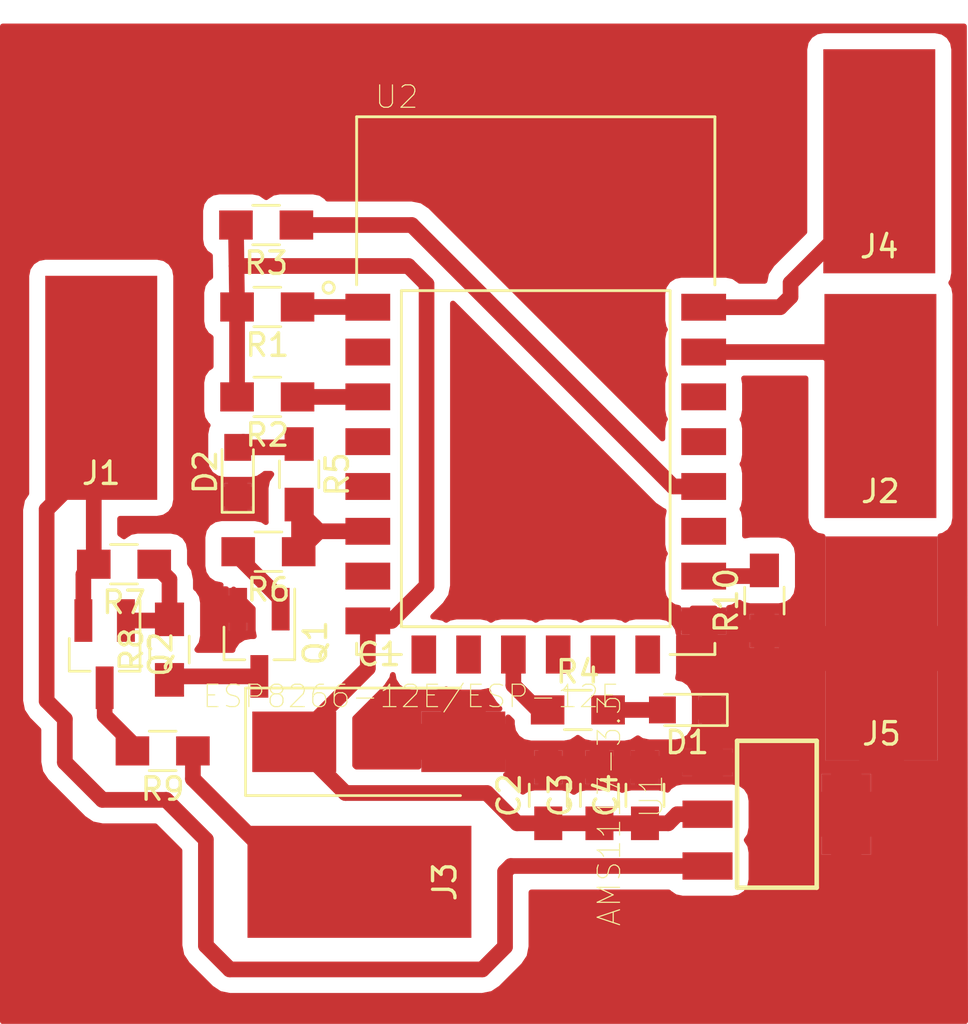
<source format=kicad_pcb>
(kicad_pcb (version 4) (host pcbnew 4.0.6)

  (general
    (links 39)
    (no_connects 0)
    (area 68.6308 95.545 111.861601 141.376401)
    (thickness 1.6)
    (drawings 0)
    (tracks 93)
    (zones 0)
    (modules 25)
    (nets 31)
  )

  (page A4)
  (layers
    (0 F.Cu signal)
    (31 B.Cu signal)
    (32 B.Adhes user)
    (33 F.Adhes user)
    (34 B.Paste user)
    (35 F.Paste user)
    (36 B.SilkS user)
    (37 F.SilkS user)
    (38 B.Mask user)
    (39 F.Mask user)
    (40 Dwgs.User user)
    (41 Cmts.User user)
    (42 Eco1.User user)
    (43 Eco2.User user)
    (44 Edge.Cuts user)
    (45 Margin user)
    (46 B.CrtYd user)
    (47 F.CrtYd user)
    (48 B.Fab user)
    (49 F.Fab user)
  )

  (setup
    (last_trace_width 0.7)
    (user_trace_width 0.3)
    (user_trace_width 0.4)
    (user_trace_width 0.5)
    (user_trace_width 0.6)
    (user_trace_width 0.7)
    (trace_clearance 0.2)
    (zone_clearance 0.7)
    (zone_45_only no)
    (trace_min 0.2)
    (segment_width 0.2)
    (edge_width 0.15)
    (via_size 0.6)
    (via_drill 0.4)
    (via_min_size 0.4)
    (via_min_drill 0.3)
    (uvia_size 0.3)
    (uvia_drill 0.1)
    (uvias_allowed no)
    (uvia_min_size 0.2)
    (uvia_min_drill 0.1)
    (pcb_text_width 0.3)
    (pcb_text_size 1.5 1.5)
    (mod_edge_width 0.15)
    (mod_text_size 1 1)
    (mod_text_width 0.15)
    (pad_size 1.524 1.524)
    (pad_drill 0.762)
    (pad_to_mask_clearance 0.2)
    (aux_axis_origin 0 0)
    (visible_elements FFFDFFFF)
    (pcbplotparams
      (layerselection 0x00030_80000001)
      (usegerberextensions false)
      (excludeedgelayer true)
      (linewidth 0.010000)
      (plotframeref false)
      (viasonmask false)
      (mode 1)
      (useauxorigin false)
      (hpglpennumber 1)
      (hpglpenspeed 20)
      (hpglpendiameter 15)
      (hpglpenoverlay 2)
      (psnegative false)
      (psa4output false)
      (plotreference true)
      (plotvalue true)
      (plotinvisibletext false)
      (padsonsilk false)
      (subtractmaskfromsilk false)
      (outputformat 1)
      (mirror false)
      (drillshape 1)
      (scaleselection 1)
      (outputdirectory ""))
  )

  (net 0 "")
  (net 1 +3.3V)
  (net 2 GND)
  (net 3 "Net-(D1-Pad2)")
  (net 4 "Net-(D2-Pad2)")
  (net 5 +12V)
  (net 6 "Net-(J2-Pad1)")
  (net 7 "Net-(J3-Pad1)")
  (net 8 "Net-(J4-Pad1)")
  (net 9 "Net-(Q1-Pad1)")
  (net 10 "Net-(Q1-Pad3)")
  (net 11 "Net-(Q2-Pad1)")
  (net 12 "Net-(Q2-Pad3)")
  (net 13 "Net-(R1-Pad1)")
  (net 14 "Net-(R2-Pad1)")
  (net 15 "Net-(R3-Pad1)")
  (net 16 "Net-(R4-Pad1)")
  (net 17 OPEN)
  (net 18 "Net-(R10-Pad2)")
  (net 19 "Net-(U2-Pad2)")
  (net 20 "Net-(U2-Pad4)")
  (net 21 "Net-(U2-Pad5)")
  (net 22 "Net-(U2-Pad7)")
  (net 23 "Net-(U2-Pad17)")
  (net 24 "Net-(U2-Pad19)")
  (net 25 "Net-(U2-Pad20)")
  (net 26 "Net-(U2-Pad9)")
  (net 27 "Net-(U2-Pad10)")
  (net 28 "Net-(U2-Pad12)")
  (net 29 "Net-(U2-Pad13)")
  (net 30 "Net-(U2-Pad14)")

  (net_class Default "To jest domyślna klasa połączeń."
    (clearance 0.2)
    (trace_width 0.25)
    (via_dia 0.6)
    (via_drill 0.4)
    (uvia_dia 0.3)
    (uvia_drill 0.1)
    (add_net +12V)
    (add_net +3.3V)
    (add_net GND)
    (add_net "Net-(D1-Pad2)")
    (add_net "Net-(D2-Pad2)")
    (add_net "Net-(J2-Pad1)")
    (add_net "Net-(J3-Pad1)")
    (add_net "Net-(J4-Pad1)")
    (add_net "Net-(Q1-Pad1)")
    (add_net "Net-(Q1-Pad3)")
    (add_net "Net-(Q2-Pad1)")
    (add_net "Net-(Q2-Pad3)")
    (add_net "Net-(R1-Pad1)")
    (add_net "Net-(R10-Pad2)")
    (add_net "Net-(R2-Pad1)")
    (add_net "Net-(R3-Pad1)")
    (add_net "Net-(R4-Pad1)")
    (add_net "Net-(U2-Pad10)")
    (add_net "Net-(U2-Pad12)")
    (add_net "Net-(U2-Pad13)")
    (add_net "Net-(U2-Pad14)")
    (add_net "Net-(U2-Pad17)")
    (add_net "Net-(U2-Pad19)")
    (add_net "Net-(U2-Pad2)")
    (add_net "Net-(U2-Pad20)")
    (add_net "Net-(U2-Pad4)")
    (add_net "Net-(U2-Pad5)")
    (add_net "Net-(U2-Pad7)")
    (add_net "Net-(U2-Pad9)")
    (add_net OPEN)
  )

  (module Capacitors_Tantalum_SMD:CP_Tantalum_Case-D_EIA-7343-31_Hand (layer F.Cu) (tedit 57B6E980) (tstamp 58FB339A)
    (at 85.5472 128.778)
    (descr "Tantalum capacitor, Case D, EIA 7343-31, 7.3x4.3x2.8mm, Hand soldering footprint")
    (tags "capacitor tantalum smd")
    (path /58FB1B28)
    (attr smd)
    (fp_text reference C1 (at 0 -3.9) (layer F.SilkS)
      (effects (font (size 1 1) (thickness 0.15)))
    )
    (fp_text value 33u (at 0 3.9) (layer F.Fab)
      (effects (font (size 1 1) (thickness 0.15)))
    )
    (fp_line (start -6.05 -2.5) (end -6.05 2.5) (layer F.CrtYd) (width 0.05))
    (fp_line (start -6.05 2.5) (end 6.05 2.5) (layer F.CrtYd) (width 0.05))
    (fp_line (start 6.05 2.5) (end 6.05 -2.5) (layer F.CrtYd) (width 0.05))
    (fp_line (start 6.05 -2.5) (end -6.05 -2.5) (layer F.CrtYd) (width 0.05))
    (fp_line (start -3.65 -2.15) (end -3.65 2.15) (layer F.Fab) (width 0.1))
    (fp_line (start -3.65 2.15) (end 3.65 2.15) (layer F.Fab) (width 0.1))
    (fp_line (start 3.65 2.15) (end 3.65 -2.15) (layer F.Fab) (width 0.1))
    (fp_line (start 3.65 -2.15) (end -3.65 -2.15) (layer F.Fab) (width 0.1))
    (fp_line (start -2.92 -2.15) (end -2.92 2.15) (layer F.Fab) (width 0.1))
    (fp_line (start -2.555 -2.15) (end -2.555 2.15) (layer F.Fab) (width 0.1))
    (fp_line (start -5.95 -2.4) (end 3.65 -2.4) (layer F.SilkS) (width 0.12))
    (fp_line (start -5.95 2.4) (end 3.65 2.4) (layer F.SilkS) (width 0.12))
    (fp_line (start -5.95 -2.4) (end -5.95 2.4) (layer F.SilkS) (width 0.12))
    (pad 1 smd rect (at -3.775 0) (size 3.75 2.7) (layers F.Cu F.Paste F.Mask)
      (net 1 +3.3V))
    (pad 2 smd rect (at 3.775 0) (size 3.75 2.7) (layers F.Cu F.Paste F.Mask)
      (net 2 GND))
    (model Capacitors_Tantalum_SMD.3dshapes/CP_Tantalum_Case-D_EIA-7343-31.wrl
      (at (xyz 0 0 0))
      (scale (xyz 1 1 1))
      (rotate (xyz 0 0 0))
    )
  )

  (module Capacitors_SMD:C_0805_HandSoldering (layer F.Cu) (tedit 58AA84A8) (tstamp 58FB33A0)
    (at 93.1164 131.1656 90)
    (descr "Capacitor SMD 0805, hand soldering")
    (tags "capacitor 0805")
    (path /58FB1C23)
    (attr smd)
    (fp_text reference C2 (at 0 -1.75 90) (layer F.SilkS)
      (effects (font (size 1 1) (thickness 0.15)))
    )
    (fp_text value 10u (at 0 1.75 90) (layer F.Fab)
      (effects (font (size 1 1) (thickness 0.15)))
    )
    (fp_text user %R (at 0 -1.75 90) (layer F.Fab)
      (effects (font (size 1 1) (thickness 0.15)))
    )
    (fp_line (start -1 0.62) (end -1 -0.62) (layer F.Fab) (width 0.1))
    (fp_line (start 1 0.62) (end -1 0.62) (layer F.Fab) (width 0.1))
    (fp_line (start 1 -0.62) (end 1 0.62) (layer F.Fab) (width 0.1))
    (fp_line (start -1 -0.62) (end 1 -0.62) (layer F.Fab) (width 0.1))
    (fp_line (start 0.5 -0.85) (end -0.5 -0.85) (layer F.SilkS) (width 0.12))
    (fp_line (start -0.5 0.85) (end 0.5 0.85) (layer F.SilkS) (width 0.12))
    (fp_line (start -2.25 -0.88) (end 2.25 -0.88) (layer F.CrtYd) (width 0.05))
    (fp_line (start -2.25 -0.88) (end -2.25 0.87) (layer F.CrtYd) (width 0.05))
    (fp_line (start 2.25 0.87) (end 2.25 -0.88) (layer F.CrtYd) (width 0.05))
    (fp_line (start 2.25 0.87) (end -2.25 0.87) (layer F.CrtYd) (width 0.05))
    (pad 1 smd rect (at -1.25 0 90) (size 1.5 1.25) (layers F.Cu F.Paste F.Mask)
      (net 1 +3.3V))
    (pad 2 smd rect (at 1.25 0 90) (size 1.5 1.25) (layers F.Cu F.Paste F.Mask)
      (net 2 GND))
    (model Capacitors_SMD.3dshapes/C_0805.wrl
      (at (xyz 0 0 0))
      (scale (xyz 1 1 1))
      (rotate (xyz 0 0 0))
    )
  )

  (module Capacitors_SMD:C_0805_HandSoldering (layer F.Cu) (tedit 58AA84A8) (tstamp 58FB33A6)
    (at 95.4024 131.1656 90)
    (descr "Capacitor SMD 0805, hand soldering")
    (tags "capacitor 0805")
    (path /58FB7595)
    (attr smd)
    (fp_text reference C3 (at 0 -1.75 90) (layer F.SilkS)
      (effects (font (size 1 1) (thickness 0.15)))
    )
    (fp_text value 10u (at 0 1.75 90) (layer F.Fab)
      (effects (font (size 1 1) (thickness 0.15)))
    )
    (fp_text user %R (at 0 -1.75 90) (layer F.Fab)
      (effects (font (size 1 1) (thickness 0.15)))
    )
    (fp_line (start -1 0.62) (end -1 -0.62) (layer F.Fab) (width 0.1))
    (fp_line (start 1 0.62) (end -1 0.62) (layer F.Fab) (width 0.1))
    (fp_line (start 1 -0.62) (end 1 0.62) (layer F.Fab) (width 0.1))
    (fp_line (start -1 -0.62) (end 1 -0.62) (layer F.Fab) (width 0.1))
    (fp_line (start 0.5 -0.85) (end -0.5 -0.85) (layer F.SilkS) (width 0.12))
    (fp_line (start -0.5 0.85) (end 0.5 0.85) (layer F.SilkS) (width 0.12))
    (fp_line (start -2.25 -0.88) (end 2.25 -0.88) (layer F.CrtYd) (width 0.05))
    (fp_line (start -2.25 -0.88) (end -2.25 0.87) (layer F.CrtYd) (width 0.05))
    (fp_line (start 2.25 0.87) (end 2.25 -0.88) (layer F.CrtYd) (width 0.05))
    (fp_line (start 2.25 0.87) (end -2.25 0.87) (layer F.CrtYd) (width 0.05))
    (pad 1 smd rect (at -1.25 0 90) (size 1.5 1.25) (layers F.Cu F.Paste F.Mask)
      (net 1 +3.3V))
    (pad 2 smd rect (at 1.25 0 90) (size 1.5 1.25) (layers F.Cu F.Paste F.Mask)
      (net 2 GND))
    (model Capacitors_SMD.3dshapes/C_0805.wrl
      (at (xyz 0 0 0))
      (scale (xyz 1 1 1))
      (rotate (xyz 0 0 0))
    )
  )

  (module Capacitors_SMD:C_0805_HandSoldering (layer F.Cu) (tedit 58AA84A8) (tstamp 58FB33AC)
    (at 97.4344 131.1656 90)
    (descr "Capacitor SMD 0805, hand soldering")
    (tags "capacitor 0805")
    (path /58FB75E8)
    (attr smd)
    (fp_text reference C4 (at 0 -1.75 90) (layer F.SilkS)
      (effects (font (size 1 1) (thickness 0.15)))
    )
    (fp_text value 470n (at 0 1.75 90) (layer F.Fab)
      (effects (font (size 1 1) (thickness 0.15)))
    )
    (fp_text user %R (at 0 -1.75 90) (layer F.Fab)
      (effects (font (size 1 1) (thickness 0.15)))
    )
    (fp_line (start -1 0.62) (end -1 -0.62) (layer F.Fab) (width 0.1))
    (fp_line (start 1 0.62) (end -1 0.62) (layer F.Fab) (width 0.1))
    (fp_line (start 1 -0.62) (end 1 0.62) (layer F.Fab) (width 0.1))
    (fp_line (start -1 -0.62) (end 1 -0.62) (layer F.Fab) (width 0.1))
    (fp_line (start 0.5 -0.85) (end -0.5 -0.85) (layer F.SilkS) (width 0.12))
    (fp_line (start -0.5 0.85) (end 0.5 0.85) (layer F.SilkS) (width 0.12))
    (fp_line (start -2.25 -0.88) (end 2.25 -0.88) (layer F.CrtYd) (width 0.05))
    (fp_line (start -2.25 -0.88) (end -2.25 0.87) (layer F.CrtYd) (width 0.05))
    (fp_line (start 2.25 0.87) (end 2.25 -0.88) (layer F.CrtYd) (width 0.05))
    (fp_line (start 2.25 0.87) (end -2.25 0.87) (layer F.CrtYd) (width 0.05))
    (pad 1 smd rect (at -1.25 0 90) (size 1.5 1.25) (layers F.Cu F.Paste F.Mask)
      (net 1 +3.3V))
    (pad 2 smd rect (at 1.25 0 90) (size 1.5 1.25) (layers F.Cu F.Paste F.Mask)
      (net 2 GND))
    (model Capacitors_SMD.3dshapes/C_0805.wrl
      (at (xyz 0 0 0))
      (scale (xyz 1 1 1))
      (rotate (xyz 0 0 0))
    )
  )

  (module LEDs:LED_0805 (layer F.Cu) (tedit 57FE93EC) (tstamp 58FB33B2)
    (at 99.314 127.3556 180)
    (descr "LED 0805 smd package")
    (tags "LED led 0805 SMD smd SMT smt smdled SMDLED smtled SMTLED")
    (path /58FB425E)
    (attr smd)
    (fp_text reference D1 (at 0 -1.45 180) (layer F.SilkS)
      (effects (font (size 1 1) (thickness 0.15)))
    )
    (fp_text value IP_GOOD (at 0 1.55 180) (layer F.Fab)
      (effects (font (size 1 1) (thickness 0.15)))
    )
    (fp_line (start -1.8 -0.7) (end -1.8 0.7) (layer F.SilkS) (width 0.12))
    (fp_line (start -0.4 -0.4) (end -0.4 0.4) (layer F.Fab) (width 0.1))
    (fp_line (start -0.4 0) (end 0.2 -0.4) (layer F.Fab) (width 0.1))
    (fp_line (start 0.2 0.4) (end -0.4 0) (layer F.Fab) (width 0.1))
    (fp_line (start 0.2 -0.4) (end 0.2 0.4) (layer F.Fab) (width 0.1))
    (fp_line (start 1 0.6) (end -1 0.6) (layer F.Fab) (width 0.1))
    (fp_line (start 1 -0.6) (end 1 0.6) (layer F.Fab) (width 0.1))
    (fp_line (start -1 -0.6) (end 1 -0.6) (layer F.Fab) (width 0.1))
    (fp_line (start -1 0.6) (end -1 -0.6) (layer F.Fab) (width 0.1))
    (fp_line (start -1.8 0.7) (end 1 0.7) (layer F.SilkS) (width 0.12))
    (fp_line (start -1.8 -0.7) (end 1 -0.7) (layer F.SilkS) (width 0.12))
    (fp_line (start 1.95 -0.85) (end 1.95 0.85) (layer F.CrtYd) (width 0.05))
    (fp_line (start 1.95 0.85) (end -1.95 0.85) (layer F.CrtYd) (width 0.05))
    (fp_line (start -1.95 0.85) (end -1.95 -0.85) (layer F.CrtYd) (width 0.05))
    (fp_line (start -1.95 -0.85) (end 1.95 -0.85) (layer F.CrtYd) (width 0.05))
    (pad 2 smd rect (at 1.1 0) (size 1.2 1.2) (layers F.Cu F.Paste F.Mask)
      (net 3 "Net-(D1-Pad2)"))
    (pad 1 smd rect (at -1.1 0) (size 1.2 1.2) (layers F.Cu F.Paste F.Mask)
      (net 2 GND))
    (model LEDs.3dshapes/LED_0805.wrl
      (at (xyz 0 0 0))
      (scale (xyz 1 1 1))
      (rotate (xyz 0 0 180))
    )
  )

  (module LEDs:LED_0805 (layer F.Cu) (tedit 57FE93EC) (tstamp 58FB33B8)
    (at 79.248 116.7384 90)
    (descr "LED 0805 smd package")
    (tags "LED led 0805 SMD smd SMT smt smdled SMDLED smtled SMTLED")
    (path /58FBA2EE)
    (attr smd)
    (fp_text reference D2 (at 0 -1.45 90) (layer F.SilkS)
      (effects (font (size 1 1) (thickness 0.15)))
    )
    (fp_text value OPEN (at 0 1.55 90) (layer F.Fab)
      (effects (font (size 1 1) (thickness 0.15)))
    )
    (fp_line (start -1.8 -0.7) (end -1.8 0.7) (layer F.SilkS) (width 0.12))
    (fp_line (start -0.4 -0.4) (end -0.4 0.4) (layer F.Fab) (width 0.1))
    (fp_line (start -0.4 0) (end 0.2 -0.4) (layer F.Fab) (width 0.1))
    (fp_line (start 0.2 0.4) (end -0.4 0) (layer F.Fab) (width 0.1))
    (fp_line (start 0.2 -0.4) (end 0.2 0.4) (layer F.Fab) (width 0.1))
    (fp_line (start 1 0.6) (end -1 0.6) (layer F.Fab) (width 0.1))
    (fp_line (start 1 -0.6) (end 1 0.6) (layer F.Fab) (width 0.1))
    (fp_line (start -1 -0.6) (end 1 -0.6) (layer F.Fab) (width 0.1))
    (fp_line (start -1 0.6) (end -1 -0.6) (layer F.Fab) (width 0.1))
    (fp_line (start -1.8 0.7) (end 1 0.7) (layer F.SilkS) (width 0.12))
    (fp_line (start -1.8 -0.7) (end 1 -0.7) (layer F.SilkS) (width 0.12))
    (fp_line (start 1.95 -0.85) (end 1.95 0.85) (layer F.CrtYd) (width 0.05))
    (fp_line (start 1.95 0.85) (end -1.95 0.85) (layer F.CrtYd) (width 0.05))
    (fp_line (start -1.95 0.85) (end -1.95 -0.85) (layer F.CrtYd) (width 0.05))
    (fp_line (start -1.95 -0.85) (end 1.95 -0.85) (layer F.CrtYd) (width 0.05))
    (pad 2 smd rect (at 1.1 0 270) (size 1.2 1.2) (layers F.Cu F.Paste F.Mask)
      (net 4 "Net-(D2-Pad2)"))
    (pad 1 smd rect (at -1.1 0 270) (size 1.2 1.2) (layers F.Cu F.Paste F.Mask)
      (net 2 GND))
    (model LEDs.3dshapes/LED_0805.wrl
      (at (xyz 0 0 0))
      (scale (xyz 1 1 1))
      (rotate (xyz 0 0 180))
    )
  )

  (module Wire_Pads:SolderWirePad_single_SMD_5x10mm (layer F.Cu) (tedit 5640A485) (tstamp 58FB33C1)
    (at 73.152 112.9792 180)
    (descr "Wire Pad, Square, SMD Pad,  5mm x 10mm,")
    (tags "MesurementPoint Square SMDPad 5mmx10mm ")
    (path /58FB1065)
    (attr smd)
    (fp_text reference J1 (at 0 -3.81 180) (layer F.SilkS)
      (effects (font (size 1 1) (thickness 0.15)))
    )
    (fp_text value +12V (at 0 6.35 180) (layer F.Fab)
      (effects (font (size 1 1) (thickness 0.15)))
    )
    (fp_line (start 2.75 -5.25) (end -2.75 -5.25) (layer F.CrtYd) (width 0.05))
    (fp_line (start 2.75 5.25) (end 2.75 -5.25) (layer F.CrtYd) (width 0.05))
    (fp_line (start -2.75 5.25) (end 2.75 5.25) (layer F.CrtYd) (width 0.05))
    (fp_line (start -2.75 -5.25) (end -2.75 5.25) (layer F.CrtYd) (width 0.05))
    (pad 1 smd rect (at 0 0 180) (size 5 10) (layers F.Cu F.Paste F.Mask)
      (net 5 +12V))
  )

  (module Wire_Pads:SolderWirePad_single_SMD_5x10mm (layer F.Cu) (tedit 5640A485) (tstamp 58FB33CA)
    (at 107.95 113.792 180)
    (descr "Wire Pad, Square, SMD Pad,  5mm x 10mm,")
    (tags "MesurementPoint Square SMDPad 5mmx10mm ")
    (path /58FB23F0)
    (attr smd)
    (fp_text reference J2 (at 0 -3.81 180) (layer F.SilkS)
      (effects (font (size 1 1) (thickness 0.15)))
    )
    (fp_text value RX (at 0 6.35 180) (layer F.Fab)
      (effects (font (size 1 1) (thickness 0.15)))
    )
    (fp_line (start 2.75 -5.25) (end -2.75 -5.25) (layer F.CrtYd) (width 0.05))
    (fp_line (start 2.75 5.25) (end 2.75 -5.25) (layer F.CrtYd) (width 0.05))
    (fp_line (start -2.75 5.25) (end 2.75 5.25) (layer F.CrtYd) (width 0.05))
    (fp_line (start -2.75 -5.25) (end -2.75 5.25) (layer F.CrtYd) (width 0.05))
    (pad 1 smd rect (at 0 0 180) (size 5 10) (layers F.Cu F.Paste F.Mask)
      (net 6 "Net-(J2-Pad1)"))
  )

  (module Wire_Pads:SolderWirePad_single_SMD_5x10mm (layer F.Cu) (tedit 5640A485) (tstamp 58FB33D3)
    (at 84.6836 135.0264 270)
    (descr "Wire Pad, Square, SMD Pad,  5mm x 10mm,")
    (tags "MesurementPoint Square SMDPad 5mmx10mm ")
    (path /58FB68D9)
    (attr smd)
    (fp_text reference J3 (at 0 -3.81 270) (layer F.SilkS)
      (effects (font (size 1 1) (thickness 0.15)))
    )
    (fp_text value OUT (at 0 6.35 270) (layer F.Fab)
      (effects (font (size 1 1) (thickness 0.15)))
    )
    (fp_line (start 2.75 -5.25) (end -2.75 -5.25) (layer F.CrtYd) (width 0.05))
    (fp_line (start 2.75 5.25) (end 2.75 -5.25) (layer F.CrtYd) (width 0.05))
    (fp_line (start -2.75 5.25) (end 2.75 5.25) (layer F.CrtYd) (width 0.05))
    (fp_line (start -2.75 -5.25) (end -2.75 5.25) (layer F.CrtYd) (width 0.05))
    (pad 1 smd rect (at 0 0 270) (size 5 10) (layers F.Cu F.Paste F.Mask)
      (net 7 "Net-(J3-Pad1)"))
  )

  (module Wire_Pads:SolderWirePad_single_SMD_5x10mm (layer F.Cu) (tedit 5640A485) (tstamp 58FB33DC)
    (at 107.8992 102.87 180)
    (descr "Wire Pad, Square, SMD Pad,  5mm x 10mm,")
    (tags "MesurementPoint Square SMDPad 5mmx10mm ")
    (path /58FB2677)
    (attr smd)
    (fp_text reference J4 (at 0 -3.81 180) (layer F.SilkS)
      (effects (font (size 1 1) (thickness 0.15)))
    )
    (fp_text value TX (at 0 6.35 180) (layer F.Fab)
      (effects (font (size 1 1) (thickness 0.15)))
    )
    (fp_line (start 2.75 -5.25) (end -2.75 -5.25) (layer F.CrtYd) (width 0.05))
    (fp_line (start 2.75 5.25) (end 2.75 -5.25) (layer F.CrtYd) (width 0.05))
    (fp_line (start -2.75 5.25) (end 2.75 5.25) (layer F.CrtYd) (width 0.05))
    (fp_line (start -2.75 -5.25) (end -2.75 5.25) (layer F.CrtYd) (width 0.05))
    (pad 1 smd rect (at 0 0 180) (size 5 10) (layers F.Cu F.Paste F.Mask)
      (net 8 "Net-(J4-Pad1)"))
  )

  (module TO_SOT_Packages_SMD:SOT-23_Handsoldering (layer F.Cu) (tedit 58CE4E7E) (tstamp 58FB33E3)
    (at 80.2132 124.3584 270)
    (descr "SOT-23, Handsoldering")
    (tags SOT-23)
    (path /58FB5B35)
    (attr smd)
    (fp_text reference Q1 (at 0 -2.5 270) (layer F.SilkS)
      (effects (font (size 1 1) (thickness 0.15)))
    )
    (fp_text value NPN (at 0 2.5 270) (layer F.Fab)
      (effects (font (size 1 1) (thickness 0.15)))
    )
    (fp_text user %R (at 0 0 270) (layer F.Fab)
      (effects (font (size 0.5 0.5) (thickness 0.075)))
    )
    (fp_line (start 0.76 1.58) (end 0.76 0.65) (layer F.SilkS) (width 0.12))
    (fp_line (start 0.76 -1.58) (end 0.76 -0.65) (layer F.SilkS) (width 0.12))
    (fp_line (start -2.7 -1.75) (end 2.7 -1.75) (layer F.CrtYd) (width 0.05))
    (fp_line (start 2.7 -1.75) (end 2.7 1.75) (layer F.CrtYd) (width 0.05))
    (fp_line (start 2.7 1.75) (end -2.7 1.75) (layer F.CrtYd) (width 0.05))
    (fp_line (start -2.7 1.75) (end -2.7 -1.75) (layer F.CrtYd) (width 0.05))
    (fp_line (start 0.76 -1.58) (end -2.4 -1.58) (layer F.SilkS) (width 0.12))
    (fp_line (start -0.7 -0.95) (end -0.7 1.5) (layer F.Fab) (width 0.1))
    (fp_line (start -0.15 -1.52) (end 0.7 -1.52) (layer F.Fab) (width 0.1))
    (fp_line (start -0.7 -0.95) (end -0.15 -1.52) (layer F.Fab) (width 0.1))
    (fp_line (start 0.7 -1.52) (end 0.7 1.52) (layer F.Fab) (width 0.1))
    (fp_line (start -0.7 1.52) (end 0.7 1.52) (layer F.Fab) (width 0.1))
    (fp_line (start 0.76 1.58) (end -0.7 1.58) (layer F.SilkS) (width 0.12))
    (pad 1 smd rect (at -1.5 -0.95 270) (size 1.9 0.8) (layers F.Cu F.Paste F.Mask)
      (net 9 "Net-(Q1-Pad1)"))
    (pad 2 smd rect (at -1.5 0.95 270) (size 1.9 0.8) (layers F.Cu F.Paste F.Mask)
      (net 2 GND))
    (pad 3 smd rect (at 1.5 0 270) (size 1.9 0.8) (layers F.Cu F.Paste F.Mask)
      (net 10 "Net-(Q1-Pad3)"))
    (model ${KISYS3DMOD}/TO_SOT_Packages_SMD.3dshapes\SOT-23.wrl
      (at (xyz 0 0 0))
      (scale (xyz 1 1 1))
      (rotate (xyz 0 0 0))
    )
  )

  (module TO_SOT_Packages_SMD:SOT-23_Handsoldering (layer F.Cu) (tedit 58CE4E7E) (tstamp 58FB33EA)
    (at 73.3044 124.8664 270)
    (descr "SOT-23, Handsoldering")
    (tags SOT-23)
    (path /58FB5A8C)
    (attr smd)
    (fp_text reference Q2 (at 0 -2.5 270) (layer F.SilkS)
      (effects (font (size 1 1) (thickness 0.15)))
    )
    (fp_text value PNP (at 0 2.5 270) (layer F.Fab)
      (effects (font (size 1 1) (thickness 0.15)))
    )
    (fp_text user %R (at 0 0 270) (layer F.Fab)
      (effects (font (size 0.5 0.5) (thickness 0.075)))
    )
    (fp_line (start 0.76 1.58) (end 0.76 0.65) (layer F.SilkS) (width 0.12))
    (fp_line (start 0.76 -1.58) (end 0.76 -0.65) (layer F.SilkS) (width 0.12))
    (fp_line (start -2.7 -1.75) (end 2.7 -1.75) (layer F.CrtYd) (width 0.05))
    (fp_line (start 2.7 -1.75) (end 2.7 1.75) (layer F.CrtYd) (width 0.05))
    (fp_line (start 2.7 1.75) (end -2.7 1.75) (layer F.CrtYd) (width 0.05))
    (fp_line (start -2.7 1.75) (end -2.7 -1.75) (layer F.CrtYd) (width 0.05))
    (fp_line (start 0.76 -1.58) (end -2.4 -1.58) (layer F.SilkS) (width 0.12))
    (fp_line (start -0.7 -0.95) (end -0.7 1.5) (layer F.Fab) (width 0.1))
    (fp_line (start -0.15 -1.52) (end 0.7 -1.52) (layer F.Fab) (width 0.1))
    (fp_line (start -0.7 -0.95) (end -0.15 -1.52) (layer F.Fab) (width 0.1))
    (fp_line (start 0.7 -1.52) (end 0.7 1.52) (layer F.Fab) (width 0.1))
    (fp_line (start -0.7 1.52) (end 0.7 1.52) (layer F.Fab) (width 0.1))
    (fp_line (start 0.76 1.58) (end -0.7 1.58) (layer F.SilkS) (width 0.12))
    (pad 1 smd rect (at -1.5 -0.95 270) (size 1.9 0.8) (layers F.Cu F.Paste F.Mask)
      (net 11 "Net-(Q2-Pad1)"))
    (pad 2 smd rect (at -1.5 0.95 270) (size 1.9 0.8) (layers F.Cu F.Paste F.Mask)
      (net 5 +12V))
    (pad 3 smd rect (at 1.5 0 270) (size 1.9 0.8) (layers F.Cu F.Paste F.Mask)
      (net 12 "Net-(Q2-Pad3)"))
    (model ${KISYS3DMOD}/TO_SOT_Packages_SMD.3dshapes\SOT-23.wrl
      (at (xyz 0 0 0))
      (scale (xyz 1 1 1))
      (rotate (xyz 0 0 0))
    )
  )

  (module Resistors_SMD:R_0805_HandSoldering (layer F.Cu) (tedit 58E0A804) (tstamp 58FB33F0)
    (at 80.5688 109.3724 180)
    (descr "Resistor SMD 0805, hand soldering")
    (tags "resistor 0805")
    (path /58FB15FF)
    (attr smd)
    (fp_text reference R1 (at 0 -1.7 180) (layer F.SilkS)
      (effects (font (size 1 1) (thickness 0.15)))
    )
    (fp_text value 1k (at 0 1.75 180) (layer F.Fab)
      (effects (font (size 1 1) (thickness 0.15)))
    )
    (fp_text user %R (at 0 0 180) (layer F.Fab)
      (effects (font (size 0.5 0.5) (thickness 0.075)))
    )
    (fp_line (start -1 0.62) (end -1 -0.62) (layer F.Fab) (width 0.1))
    (fp_line (start 1 0.62) (end -1 0.62) (layer F.Fab) (width 0.1))
    (fp_line (start 1 -0.62) (end 1 0.62) (layer F.Fab) (width 0.1))
    (fp_line (start -1 -0.62) (end 1 -0.62) (layer F.Fab) (width 0.1))
    (fp_line (start 0.6 0.88) (end -0.6 0.88) (layer F.SilkS) (width 0.12))
    (fp_line (start -0.6 -0.88) (end 0.6 -0.88) (layer F.SilkS) (width 0.12))
    (fp_line (start -2.35 -0.9) (end 2.35 -0.9) (layer F.CrtYd) (width 0.05))
    (fp_line (start -2.35 -0.9) (end -2.35 0.9) (layer F.CrtYd) (width 0.05))
    (fp_line (start 2.35 0.9) (end 2.35 -0.9) (layer F.CrtYd) (width 0.05))
    (fp_line (start 2.35 0.9) (end -2.35 0.9) (layer F.CrtYd) (width 0.05))
    (pad 1 smd rect (at -1.35 0 180) (size 1.5 1.3) (layers F.Cu F.Paste F.Mask)
      (net 13 "Net-(R1-Pad1)"))
    (pad 2 smd rect (at 1.35 0 180) (size 1.5 1.3) (layers F.Cu F.Paste F.Mask)
      (net 1 +3.3V))
    (model ${KISYS3DMOD}/Resistors_SMD.3dshapes/R_0805.wrl
      (at (xyz 0 0 0))
      (scale (xyz 1 1 1))
      (rotate (xyz 0 0 0))
    )
  )

  (module Resistors_SMD:R_0805_HandSoldering (layer F.Cu) (tedit 58E0A804) (tstamp 58FB33F6)
    (at 80.5688 113.3856 180)
    (descr "Resistor SMD 0805, hand soldering")
    (tags "resistor 0805")
    (path /58FB19CA)
    (attr smd)
    (fp_text reference R2 (at 0 -1.7 180) (layer F.SilkS)
      (effects (font (size 1 1) (thickness 0.15)))
    )
    (fp_text value 1k (at 0 1.75 180) (layer F.Fab)
      (effects (font (size 1 1) (thickness 0.15)))
    )
    (fp_text user %R (at 0 0 180) (layer F.Fab)
      (effects (font (size 0.5 0.5) (thickness 0.075)))
    )
    (fp_line (start -1 0.62) (end -1 -0.62) (layer F.Fab) (width 0.1))
    (fp_line (start 1 0.62) (end -1 0.62) (layer F.Fab) (width 0.1))
    (fp_line (start 1 -0.62) (end 1 0.62) (layer F.Fab) (width 0.1))
    (fp_line (start -1 -0.62) (end 1 -0.62) (layer F.Fab) (width 0.1))
    (fp_line (start 0.6 0.88) (end -0.6 0.88) (layer F.SilkS) (width 0.12))
    (fp_line (start -0.6 -0.88) (end 0.6 -0.88) (layer F.SilkS) (width 0.12))
    (fp_line (start -2.35 -0.9) (end 2.35 -0.9) (layer F.CrtYd) (width 0.05))
    (fp_line (start -2.35 -0.9) (end -2.35 0.9) (layer F.CrtYd) (width 0.05))
    (fp_line (start 2.35 0.9) (end 2.35 -0.9) (layer F.CrtYd) (width 0.05))
    (fp_line (start 2.35 0.9) (end -2.35 0.9) (layer F.CrtYd) (width 0.05))
    (pad 1 smd rect (at -1.35 0 180) (size 1.5 1.3) (layers F.Cu F.Paste F.Mask)
      (net 14 "Net-(R2-Pad1)"))
    (pad 2 smd rect (at 1.35 0 180) (size 1.5 1.3) (layers F.Cu F.Paste F.Mask)
      (net 1 +3.3V))
    (model ${KISYS3DMOD}/Resistors_SMD.3dshapes/R_0805.wrl
      (at (xyz 0 0 0))
      (scale (xyz 1 1 1))
      (rotate (xyz 0 0 0))
    )
  )

  (module Resistors_SMD:R_0805_HandSoldering (layer F.Cu) (tedit 58E0A804) (tstamp 58FB33FC)
    (at 80.518 105.7148 180)
    (descr "Resistor SMD 0805, hand soldering")
    (tags "resistor 0805")
    (path /58FB1942)
    (attr smd)
    (fp_text reference R3 (at 0 -1.7 180) (layer F.SilkS)
      (effects (font (size 1 1) (thickness 0.15)))
    )
    (fp_text value 10k (at 0 1.75 180) (layer F.Fab)
      (effects (font (size 1 1) (thickness 0.15)))
    )
    (fp_text user %R (at 0 0 180) (layer F.Fab)
      (effects (font (size 0.5 0.5) (thickness 0.075)))
    )
    (fp_line (start -1 0.62) (end -1 -0.62) (layer F.Fab) (width 0.1))
    (fp_line (start 1 0.62) (end -1 0.62) (layer F.Fab) (width 0.1))
    (fp_line (start 1 -0.62) (end 1 0.62) (layer F.Fab) (width 0.1))
    (fp_line (start -1 -0.62) (end 1 -0.62) (layer F.Fab) (width 0.1))
    (fp_line (start 0.6 0.88) (end -0.6 0.88) (layer F.SilkS) (width 0.12))
    (fp_line (start -0.6 -0.88) (end 0.6 -0.88) (layer F.SilkS) (width 0.12))
    (fp_line (start -2.35 -0.9) (end 2.35 -0.9) (layer F.CrtYd) (width 0.05))
    (fp_line (start -2.35 -0.9) (end -2.35 0.9) (layer F.CrtYd) (width 0.05))
    (fp_line (start 2.35 0.9) (end 2.35 -0.9) (layer F.CrtYd) (width 0.05))
    (fp_line (start 2.35 0.9) (end -2.35 0.9) (layer F.CrtYd) (width 0.05))
    (pad 1 smd rect (at -1.35 0 180) (size 1.5 1.3) (layers F.Cu F.Paste F.Mask)
      (net 15 "Net-(R3-Pad1)"))
    (pad 2 smd rect (at 1.35 0 180) (size 1.5 1.3) (layers F.Cu F.Paste F.Mask)
      (net 1 +3.3V))
    (model ${KISYS3DMOD}/Resistors_SMD.3dshapes/R_0805.wrl
      (at (xyz 0 0 0))
      (scale (xyz 1 1 1))
      (rotate (xyz 0 0 0))
    )
  )

  (module Resistors_SMD:R_0805_HandSoldering (layer F.Cu) (tedit 58E0A804) (tstamp 58FB3402)
    (at 94.4372 127.3556)
    (descr "Resistor SMD 0805, hand soldering")
    (tags "resistor 0805")
    (path /58FB4189)
    (attr smd)
    (fp_text reference R4 (at 0 -1.7) (layer F.SilkS)
      (effects (font (size 1 1) (thickness 0.15)))
    )
    (fp_text value 100R (at 0 1.75) (layer F.Fab)
      (effects (font (size 1 1) (thickness 0.15)))
    )
    (fp_text user %R (at 0 0) (layer F.Fab)
      (effects (font (size 0.5 0.5) (thickness 0.075)))
    )
    (fp_line (start -1 0.62) (end -1 -0.62) (layer F.Fab) (width 0.1))
    (fp_line (start 1 0.62) (end -1 0.62) (layer F.Fab) (width 0.1))
    (fp_line (start 1 -0.62) (end 1 0.62) (layer F.Fab) (width 0.1))
    (fp_line (start -1 -0.62) (end 1 -0.62) (layer F.Fab) (width 0.1))
    (fp_line (start 0.6 0.88) (end -0.6 0.88) (layer F.SilkS) (width 0.12))
    (fp_line (start -0.6 -0.88) (end 0.6 -0.88) (layer F.SilkS) (width 0.12))
    (fp_line (start -2.35 -0.9) (end 2.35 -0.9) (layer F.CrtYd) (width 0.05))
    (fp_line (start -2.35 -0.9) (end -2.35 0.9) (layer F.CrtYd) (width 0.05))
    (fp_line (start 2.35 0.9) (end 2.35 -0.9) (layer F.CrtYd) (width 0.05))
    (fp_line (start 2.35 0.9) (end -2.35 0.9) (layer F.CrtYd) (width 0.05))
    (pad 1 smd rect (at -1.35 0) (size 1.5 1.3) (layers F.Cu F.Paste F.Mask)
      (net 16 "Net-(R4-Pad1)"))
    (pad 2 smd rect (at 1.35 0) (size 1.5 1.3) (layers F.Cu F.Paste F.Mask)
      (net 3 "Net-(D1-Pad2)"))
    (model ${KISYS3DMOD}/Resistors_SMD.3dshapes/R_0805.wrl
      (at (xyz 0 0 0))
      (scale (xyz 1 1 1))
      (rotate (xyz 0 0 0))
    )
  )

  (module Resistors_SMD:R_0805_HandSoldering (layer F.Cu) (tedit 58E0A804) (tstamp 58FB3408)
    (at 81.9912 116.84 270)
    (descr "Resistor SMD 0805, hand soldering")
    (tags "resistor 0805")
    (path /58FBA24B)
    (attr smd)
    (fp_text reference R5 (at 0 -1.7 270) (layer F.SilkS)
      (effects (font (size 1 1) (thickness 0.15)))
    )
    (fp_text value 100R (at 0 1.75 270) (layer F.Fab)
      (effects (font (size 1 1) (thickness 0.15)))
    )
    (fp_text user %R (at 0 0 270) (layer F.Fab)
      (effects (font (size 0.5 0.5) (thickness 0.075)))
    )
    (fp_line (start -1 0.62) (end -1 -0.62) (layer F.Fab) (width 0.1))
    (fp_line (start 1 0.62) (end -1 0.62) (layer F.Fab) (width 0.1))
    (fp_line (start 1 -0.62) (end 1 0.62) (layer F.Fab) (width 0.1))
    (fp_line (start -1 -0.62) (end 1 -0.62) (layer F.Fab) (width 0.1))
    (fp_line (start 0.6 0.88) (end -0.6 0.88) (layer F.SilkS) (width 0.12))
    (fp_line (start -0.6 -0.88) (end 0.6 -0.88) (layer F.SilkS) (width 0.12))
    (fp_line (start -2.35 -0.9) (end 2.35 -0.9) (layer F.CrtYd) (width 0.05))
    (fp_line (start -2.35 -0.9) (end -2.35 0.9) (layer F.CrtYd) (width 0.05))
    (fp_line (start 2.35 0.9) (end 2.35 -0.9) (layer F.CrtYd) (width 0.05))
    (fp_line (start 2.35 0.9) (end -2.35 0.9) (layer F.CrtYd) (width 0.05))
    (pad 1 smd rect (at -1.35 0 270) (size 1.5 1.3) (layers F.Cu F.Paste F.Mask)
      (net 4 "Net-(D2-Pad2)"))
    (pad 2 smd rect (at 1.35 0 270) (size 1.5 1.3) (layers F.Cu F.Paste F.Mask)
      (net 17 OPEN))
    (model ${KISYS3DMOD}/Resistors_SMD.3dshapes/R_0805.wrl
      (at (xyz 0 0 0))
      (scale (xyz 1 1 1))
      (rotate (xyz 0 0 0))
    )
  )

  (module Resistors_SMD:R_0805_HandSoldering (layer F.Cu) (tedit 58E0A804) (tstamp 58FB340E)
    (at 80.6196 120.2944 180)
    (descr "Resistor SMD 0805, hand soldering")
    (tags "resistor 0805")
    (path /58FB553D)
    (attr smd)
    (fp_text reference R6 (at 0 -1.7 180) (layer F.SilkS)
      (effects (font (size 1 1) (thickness 0.15)))
    )
    (fp_text value 1k (at 0 1.75 180) (layer F.Fab)
      (effects (font (size 1 1) (thickness 0.15)))
    )
    (fp_text user %R (at 0 0 180) (layer F.Fab)
      (effects (font (size 0.5 0.5) (thickness 0.075)))
    )
    (fp_line (start -1 0.62) (end -1 -0.62) (layer F.Fab) (width 0.1))
    (fp_line (start 1 0.62) (end -1 0.62) (layer F.Fab) (width 0.1))
    (fp_line (start 1 -0.62) (end 1 0.62) (layer F.Fab) (width 0.1))
    (fp_line (start -1 -0.62) (end 1 -0.62) (layer F.Fab) (width 0.1))
    (fp_line (start 0.6 0.88) (end -0.6 0.88) (layer F.SilkS) (width 0.12))
    (fp_line (start -0.6 -0.88) (end 0.6 -0.88) (layer F.SilkS) (width 0.12))
    (fp_line (start -2.35 -0.9) (end 2.35 -0.9) (layer F.CrtYd) (width 0.05))
    (fp_line (start -2.35 -0.9) (end -2.35 0.9) (layer F.CrtYd) (width 0.05))
    (fp_line (start 2.35 0.9) (end 2.35 -0.9) (layer F.CrtYd) (width 0.05))
    (fp_line (start 2.35 0.9) (end -2.35 0.9) (layer F.CrtYd) (width 0.05))
    (pad 1 smd rect (at -1.35 0 180) (size 1.5 1.3) (layers F.Cu F.Paste F.Mask)
      (net 17 OPEN))
    (pad 2 smd rect (at 1.35 0 180) (size 1.5 1.3) (layers F.Cu F.Paste F.Mask)
      (net 9 "Net-(Q1-Pad1)"))
    (model ${KISYS3DMOD}/Resistors_SMD.3dshapes/R_0805.wrl
      (at (xyz 0 0 0))
      (scale (xyz 1 1 1))
      (rotate (xyz 0 0 0))
    )
  )

  (module Resistors_SMD:R_0805_HandSoldering (layer F.Cu) (tedit 58E0A804) (tstamp 58FB3414)
    (at 74.168 120.8532 180)
    (descr "Resistor SMD 0805, hand soldering")
    (tags "resistor 0805")
    (path /58FB55AB)
    (attr smd)
    (fp_text reference R7 (at 0 -1.7 180) (layer F.SilkS)
      (effects (font (size 1 1) (thickness 0.15)))
    )
    (fp_text value 22k (at 0 1.75 180) (layer F.Fab)
      (effects (font (size 1 1) (thickness 0.15)))
    )
    (fp_text user %R (at 0 0 180) (layer F.Fab)
      (effects (font (size 0.5 0.5) (thickness 0.075)))
    )
    (fp_line (start -1 0.62) (end -1 -0.62) (layer F.Fab) (width 0.1))
    (fp_line (start 1 0.62) (end -1 0.62) (layer F.Fab) (width 0.1))
    (fp_line (start 1 -0.62) (end 1 0.62) (layer F.Fab) (width 0.1))
    (fp_line (start -1 -0.62) (end 1 -0.62) (layer F.Fab) (width 0.1))
    (fp_line (start 0.6 0.88) (end -0.6 0.88) (layer F.SilkS) (width 0.12))
    (fp_line (start -0.6 -0.88) (end 0.6 -0.88) (layer F.SilkS) (width 0.12))
    (fp_line (start -2.35 -0.9) (end 2.35 -0.9) (layer F.CrtYd) (width 0.05))
    (fp_line (start -2.35 -0.9) (end -2.35 0.9) (layer F.CrtYd) (width 0.05))
    (fp_line (start 2.35 0.9) (end 2.35 -0.9) (layer F.CrtYd) (width 0.05))
    (fp_line (start 2.35 0.9) (end -2.35 0.9) (layer F.CrtYd) (width 0.05))
    (pad 1 smd rect (at -1.35 0 180) (size 1.5 1.3) (layers F.Cu F.Paste F.Mask)
      (net 11 "Net-(Q2-Pad1)"))
    (pad 2 smd rect (at 1.35 0 180) (size 1.5 1.3) (layers F.Cu F.Paste F.Mask)
      (net 5 +12V))
    (model ${KISYS3DMOD}/Resistors_SMD.3dshapes/R_0805.wrl
      (at (xyz 0 0 0))
      (scale (xyz 1 1 1))
      (rotate (xyz 0 0 0))
    )
  )

  (module Resistors_SMD:R_0805_HandSoldering (layer F.Cu) (tedit 58E0A804) (tstamp 58FB341A)
    (at 76.2 124.6632 90)
    (descr "Resistor SMD 0805, hand soldering")
    (tags "resistor 0805")
    (path /58FB6E73)
    (attr smd)
    (fp_text reference R8 (at 0 -1.7 90) (layer F.SilkS)
      (effects (font (size 1 1) (thickness 0.15)))
    )
    (fp_text value 33k (at 0 1.75 90) (layer F.Fab)
      (effects (font (size 1 1) (thickness 0.15)))
    )
    (fp_text user %R (at 0 0 90) (layer F.Fab)
      (effects (font (size 0.5 0.5) (thickness 0.075)))
    )
    (fp_line (start -1 0.62) (end -1 -0.62) (layer F.Fab) (width 0.1))
    (fp_line (start 1 0.62) (end -1 0.62) (layer F.Fab) (width 0.1))
    (fp_line (start 1 -0.62) (end 1 0.62) (layer F.Fab) (width 0.1))
    (fp_line (start -1 -0.62) (end 1 -0.62) (layer F.Fab) (width 0.1))
    (fp_line (start 0.6 0.88) (end -0.6 0.88) (layer F.SilkS) (width 0.12))
    (fp_line (start -0.6 -0.88) (end 0.6 -0.88) (layer F.SilkS) (width 0.12))
    (fp_line (start -2.35 -0.9) (end 2.35 -0.9) (layer F.CrtYd) (width 0.05))
    (fp_line (start -2.35 -0.9) (end -2.35 0.9) (layer F.CrtYd) (width 0.05))
    (fp_line (start 2.35 0.9) (end 2.35 -0.9) (layer F.CrtYd) (width 0.05))
    (fp_line (start 2.35 0.9) (end -2.35 0.9) (layer F.CrtYd) (width 0.05))
    (pad 1 smd rect (at -1.35 0 90) (size 1.5 1.3) (layers F.Cu F.Paste F.Mask)
      (net 10 "Net-(Q1-Pad3)"))
    (pad 2 smd rect (at 1.35 0 90) (size 1.5 1.3) (layers F.Cu F.Paste F.Mask)
      (net 11 "Net-(Q2-Pad1)"))
    (model ${KISYS3DMOD}/Resistors_SMD.3dshapes/R_0805.wrl
      (at (xyz 0 0 0))
      (scale (xyz 1 1 1))
      (rotate (xyz 0 0 0))
    )
  )

  (module Resistors_SMD:R_0805_HandSoldering (layer F.Cu) (tedit 58E0A804) (tstamp 58FB3420)
    (at 75.8952 129.1844 180)
    (descr "Resistor SMD 0805, hand soldering")
    (tags "resistor 0805")
    (path /58FB5646)
    (attr smd)
    (fp_text reference R9 (at 0 -1.7 180) (layer F.SilkS)
      (effects (font (size 1 1) (thickness 0.15)))
    )
    (fp_text value 470R (at 0 1.75 180) (layer F.Fab)
      (effects (font (size 1 1) (thickness 0.15)))
    )
    (fp_text user %R (at 0 0 180) (layer F.Fab)
      (effects (font (size 0.5 0.5) (thickness 0.075)))
    )
    (fp_line (start -1 0.62) (end -1 -0.62) (layer F.Fab) (width 0.1))
    (fp_line (start 1 0.62) (end -1 0.62) (layer F.Fab) (width 0.1))
    (fp_line (start 1 -0.62) (end 1 0.62) (layer F.Fab) (width 0.1))
    (fp_line (start -1 -0.62) (end 1 -0.62) (layer F.Fab) (width 0.1))
    (fp_line (start 0.6 0.88) (end -0.6 0.88) (layer F.SilkS) (width 0.12))
    (fp_line (start -0.6 -0.88) (end 0.6 -0.88) (layer F.SilkS) (width 0.12))
    (fp_line (start -2.35 -0.9) (end 2.35 -0.9) (layer F.CrtYd) (width 0.05))
    (fp_line (start -2.35 -0.9) (end -2.35 0.9) (layer F.CrtYd) (width 0.05))
    (fp_line (start 2.35 0.9) (end 2.35 -0.9) (layer F.CrtYd) (width 0.05))
    (fp_line (start 2.35 0.9) (end -2.35 0.9) (layer F.CrtYd) (width 0.05))
    (pad 1 smd rect (at -1.35 0 180) (size 1.5 1.3) (layers F.Cu F.Paste F.Mask)
      (net 7 "Net-(J3-Pad1)"))
    (pad 2 smd rect (at 1.35 0 180) (size 1.5 1.3) (layers F.Cu F.Paste F.Mask)
      (net 12 "Net-(Q2-Pad3)"))
    (model ${KISYS3DMOD}/Resistors_SMD.3dshapes/R_0805.wrl
      (at (xyz 0 0 0))
      (scale (xyz 1 1 1))
      (rotate (xyz 0 0 0))
    )
  )

  (module Resistors_SMD:R_0805_HandSoldering (layer F.Cu) (tedit 58E0A804) (tstamp 58FB3426)
    (at 102.7684 122.4788 90)
    (descr "Resistor SMD 0805, hand soldering")
    (tags "resistor 0805")
    (path /58FB163E)
    (attr smd)
    (fp_text reference R10 (at 0 -1.7 90) (layer F.SilkS)
      (effects (font (size 1 1) (thickness 0.15)))
    )
    (fp_text value 10k (at 0 1.75 90) (layer F.Fab)
      (effects (font (size 1 1) (thickness 0.15)))
    )
    (fp_text user %R (at 0 0 90) (layer F.Fab)
      (effects (font (size 0.5 0.5) (thickness 0.075)))
    )
    (fp_line (start -1 0.62) (end -1 -0.62) (layer F.Fab) (width 0.1))
    (fp_line (start 1 0.62) (end -1 0.62) (layer F.Fab) (width 0.1))
    (fp_line (start 1 -0.62) (end 1 0.62) (layer F.Fab) (width 0.1))
    (fp_line (start -1 -0.62) (end 1 -0.62) (layer F.Fab) (width 0.1))
    (fp_line (start 0.6 0.88) (end -0.6 0.88) (layer F.SilkS) (width 0.12))
    (fp_line (start -0.6 -0.88) (end 0.6 -0.88) (layer F.SilkS) (width 0.12))
    (fp_line (start -2.35 -0.9) (end 2.35 -0.9) (layer F.CrtYd) (width 0.05))
    (fp_line (start -2.35 -0.9) (end -2.35 0.9) (layer F.CrtYd) (width 0.05))
    (fp_line (start 2.35 0.9) (end 2.35 -0.9) (layer F.CrtYd) (width 0.05))
    (fp_line (start 2.35 0.9) (end -2.35 0.9) (layer F.CrtYd) (width 0.05))
    (pad 1 smd rect (at -1.35 0 90) (size 1.5 1.3) (layers F.Cu F.Paste F.Mask)
      (net 2 GND))
    (pad 2 smd rect (at 1.35 0 90) (size 1.5 1.3) (layers F.Cu F.Paste F.Mask)
      (net 18 "Net-(R10-Pad2)"))
    (model ${KISYS3DMOD}/Resistors_SMD.3dshapes/R_0805.wrl
      (at (xyz 0 0 0))
      (scale (xyz 1 1 1))
      (rotate (xyz 0 0 0))
    )
  )

  (module SOT-223 (layer F.Cu) (tedit 0) (tstamp 58FB342E)
    (at 103.3272 132.08 270)
    (path /58FB0FA9)
    (attr smd)
    (fp_text reference U1 (at -0.87 5.6142 270) (layer F.SilkS)
      (effects (font (size 1 1) (thickness 0.05)))
    )
    (fp_text value AMS1117-3.3 (at -0.235 7.4858 270) (layer F.SilkS)
      (effects (font (size 1 1) (thickness 0.05)))
    )
    (fp_line (start 3.207 -1.778) (end 3.207 1.778) (layer F.SilkS) (width 0.2032))
    (fp_line (start 3.207 1.778) (end -3.347 1.778) (layer F.SilkS) (width 0.2032))
    (fp_line (start -3.347 1.778) (end -3.347 -1.778) (layer F.SilkS) (width 0.2032))
    (fp_line (start -3.347 -1.778) (end 3.207 -1.778) (layer F.SilkS) (width 0.2032))
    (fp_poly (pts (xy -1.6702 -3.6576) (xy 1.5302 -3.6576) (xy 1.5302 -1.8034) (xy -1.6702 -1.8034)) (layer Dwgs.User) (width 0.381))
    (fp_poly (pts (xy -0.5018 1.8034) (xy 0.3618 1.8034) (xy 0.3618 3.6576) (xy -0.5018 3.6576)) (layer Dwgs.User) (width 0.381))
    (fp_poly (pts (xy -2.8132 1.8034) (xy -1.9496 1.8034) (xy -1.9496 3.6576) (xy -2.8132 3.6576)) (layer Dwgs.User) (width 0.381))
    (fp_poly (pts (xy 1.8096 1.8034) (xy 2.6732 1.8034) (xy 2.6732 3.6576) (xy 1.8096 3.6576)) (layer Dwgs.User) (width 0.381))
    (fp_poly (pts (xy -1.6702 -3.6576) (xy 1.5302 -3.6576) (xy 1.5302 -1.8034) (xy -1.6702 -1.8034)) (layer Dwgs.User) (width 0.381))
    (fp_poly (pts (xy -0.5018 1.8034) (xy 0.3618 1.8034) (xy 0.3618 3.6576) (xy -0.5018 3.6576)) (layer Dwgs.User) (width 0.381))
    (fp_poly (pts (xy -2.8132 1.8034) (xy -1.9496 1.8034) (xy -1.9496 3.6576) (xy -2.8132 3.6576)) (layer Dwgs.User) (width 0.381))
    (fp_poly (pts (xy 1.8096 1.8034) (xy 2.6732 1.8034) (xy 2.6732 3.6576) (xy 1.8096 3.6576)) (layer Dwgs.User) (width 0.381))
    (pad 1 smd rect (at -2.381 3.099 270) (size 1.219 2.235) (layers F.Cu F.Paste F.Mask)
      (net 2 GND))
    (pad 2 smd rect (at -0.07 3.099 270) (size 1.219 2.235) (layers F.Cu F.Paste F.Mask)
      (net 1 +3.3V))
    (pad 3 smd rect (at 2.241 3.099 270) (size 1.219 2.235) (layers F.Cu F.Paste F.Mask)
      (net 5 +12V))
    (pad 4 smd rect (at -0.07 -3.099 270) (size 3.6 2.2) (layers F.Cu F.Paste F.Mask)
      (net 2 GND))
  )

  (module Wire_Pads:SolderWirePad_single_SMD_5x10mm (layer F.Cu) (tedit 5640A485) (tstamp 58FB3551)
    (at 108.0008 124.6124 180)
    (descr "Wire Pad, Square, SMD Pad,  5mm x 10mm,")
    (tags "MesurementPoint Square SMDPad 5mmx10mm ")
    (path /58FBAF1E)
    (attr smd)
    (fp_text reference J5 (at 0 -3.81 180) (layer F.SilkS)
      (effects (font (size 1 1) (thickness 0.15)))
    )
    (fp_text value GND (at 0 6.35 180) (layer F.Fab)
      (effects (font (size 1 1) (thickness 0.15)))
    )
    (fp_line (start 2.75 -5.25) (end -2.75 -5.25) (layer F.CrtYd) (width 0.05))
    (fp_line (start 2.75 5.25) (end 2.75 -5.25) (layer F.CrtYd) (width 0.05))
    (fp_line (start -2.75 5.25) (end 2.75 5.25) (layer F.CrtYd) (width 0.05))
    (fp_line (start -2.75 -5.25) (end -2.75 5.25) (layer F.CrtYd) (width 0.05))
    (pad 1 smd rect (at 0 0 180) (size 5 10) (layers F.Cu F.Paste F.Mask)
      (net 2 GND))
  )

  (module ESP8266-12E_ESP-12E:XCVR_ESP8266-12E%2fESP-12E (layer F.Cu) (tedit 0) (tstamp 58FB365B)
    (at 92.5576 116.3828)
    (path /58FA838D)
    (attr smd)
    (fp_text reference U2 (at -6.21 -16.385) (layer F.SilkS)
      (effects (font (size 1 1) (thickness 0.05)))
    )
    (fp_text value ESP8266-12E/ESP-12E (at -5.575 10.365) (layer F.SilkS)
      (effects (font (size 1 1) (thickness 0.05)))
    )
    (fp_line (start -6 -7.74) (end 6 -7.74) (layer F.SilkS) (width 0.127))
    (fp_line (start 6 -7.74) (end 6 7.26) (layer F.SilkS) (width 0.127))
    (fp_line (start 6 7.26) (end -6 7.26) (layer F.SilkS) (width 0.127))
    (fp_line (start -6 7.26) (end -6 -7.74) (layer F.SilkS) (width 0.127))
    (fp_line (start -8 -15.5) (end 8 -15.5) (layer Dwgs.User) (width 0.127))
    (fp_line (start 8 -15.5) (end 8 8.5) (layer Dwgs.User) (width 0.127))
    (fp_line (start 8 8.5) (end -8 8.5) (layer Dwgs.User) (width 0.127))
    (fp_line (start -8 8.5) (end -8 -15.5) (layer Dwgs.User) (width 0.127))
    (fp_poly (pts (xy -8 -15.5) (xy 8 -15.5) (xy 8 -8.5) (xy -8 -8.5)) (layer Dwgs.User) (width 0.381))
    (fp_poly (pts (xy -8 -15.5) (xy 8 -15.5) (xy 8 -8.5) (xy -8 -8.5)) (layer Dwgs.User) (width 0.381))
    (fp_line (start -8 -8) (end -8 -15.5) (layer F.SilkS) (width 0.127))
    (fp_line (start -8 -15.5) (end 8 -15.5) (layer F.SilkS) (width 0.127))
    (fp_line (start 8 -15.5) (end 8 -8) (layer F.SilkS) (width 0.127))
    (fp_line (start -8 8) (end -8 8.5) (layer F.SilkS) (width 0.127))
    (fp_line (start -8 8.5) (end -6 8.5) (layer F.SilkS) (width 0.127))
    (fp_line (start 8 8) (end 8 8.5) (layer F.SilkS) (width 0.127))
    (fp_line (start 8 8.5) (end 6 8.5) (layer F.SilkS) (width 0.127))
    (fp_circle (center -9.25 -7.875) (end -9 -7.875) (layer F.SilkS) (width 0.127))
    (fp_line (start -8.75 9.625) (end 8.75 9.625) (layer Dwgs.User) (width 0.05))
    (fp_line (start 8.75 9.625) (end 8.75 -15.75) (layer Dwgs.User) (width 0.05))
    (fp_line (start 8.75 -15.75) (end -8.75 -15.75) (layer Dwgs.User) (width 0.05))
    (fp_line (start -8.75 -15.75) (end -8.75 9.625) (layer Dwgs.User) (width 0.05))
    (pad 1 smd rect (at -7.5 -7) (size 2 1.2) (layers F.Cu F.Paste F.Mask)
      (net 13 "Net-(R1-Pad1)"))
    (pad 2 smd rect (at -7.5 -5) (size 2 1.2) (layers F.Cu F.Paste F.Mask)
      (net 19 "Net-(U2-Pad2)"))
    (pad 3 smd rect (at -7.5 -3) (size 2 1.2) (layers F.Cu F.Paste F.Mask)
      (net 14 "Net-(R2-Pad1)"))
    (pad 4 smd rect (at -7.5 -1) (size 2 1.2) (layers F.Cu F.Paste F.Mask)
      (net 20 "Net-(U2-Pad4)"))
    (pad 5 smd rect (at -7.5 1) (size 2 1.2) (layers F.Cu F.Paste F.Mask)
      (net 21 "Net-(U2-Pad5)"))
    (pad 6 smd rect (at -7.5 3) (size 2 1.2) (layers F.Cu F.Paste F.Mask)
      (net 17 OPEN))
    (pad 7 smd rect (at -7.5 5) (size 2 1.2) (layers F.Cu F.Paste F.Mask)
      (net 22 "Net-(U2-Pad7)"))
    (pad 8 smd rect (at -7.5 7) (size 2 1.2) (layers F.Cu F.Paste F.Mask)
      (net 1 +3.3V))
    (pad 15 smd rect (at 7.5 7) (size 2 1.2) (layers F.Cu F.Paste F.Mask)
      (net 2 GND))
    (pad 16 smd rect (at 7.5 5) (size 2 1.2) (layers F.Cu F.Paste F.Mask)
      (net 18 "Net-(R10-Pad2)"))
    (pad 17 smd rect (at 7.5 3) (size 2 1.2) (layers F.Cu F.Paste F.Mask)
      (net 23 "Net-(U2-Pad17)"))
    (pad 18 smd rect (at 7.5 1) (size 2 1.2) (layers F.Cu F.Paste F.Mask)
      (net 15 "Net-(R3-Pad1)"))
    (pad 19 smd rect (at 7.5 -1) (size 2 1.2) (layers F.Cu F.Paste F.Mask)
      (net 24 "Net-(U2-Pad19)"))
    (pad 20 smd rect (at 7.5 -3) (size 2 1.2) (layers F.Cu F.Paste F.Mask)
      (net 25 "Net-(U2-Pad20)"))
    (pad 21 smd rect (at 7.5 -5) (size 2 1.2) (layers F.Cu F.Paste F.Mask)
      (net 6 "Net-(J2-Pad1)"))
    (pad 22 smd rect (at 7.5 -7) (size 2 1.2) (layers F.Cu F.Paste F.Mask)
      (net 8 "Net-(J4-Pad1)"))
    (pad 9 smd rect (at -5 8.5) (size 1.1 1.7) (layers F.Cu F.Paste F.Mask)
      (net 26 "Net-(U2-Pad9)"))
    (pad 10 smd rect (at -3 8.5) (size 1.1 1.7) (layers F.Cu F.Paste F.Mask)
      (net 27 "Net-(U2-Pad10)"))
    (pad 11 smd rect (at -1 8.5) (size 1.1 1.7) (layers F.Cu F.Paste F.Mask)
      (net 16 "Net-(R4-Pad1)"))
    (pad 12 smd rect (at 1 8.5) (size 1.1 1.7) (layers F.Cu F.Paste F.Mask)
      (net 28 "Net-(U2-Pad12)"))
    (pad 13 smd rect (at 3 8.5) (size 1.1 1.7) (layers F.Cu F.Paste F.Mask)
      (net 29 "Net-(U2-Pad13)"))
    (pad 14 smd rect (at 5 8.5) (size 1.1 1.7) (layers F.Cu F.Paste F.Mask)
      (net 30 "Net-(U2-Pad14)"))
  )

  (segment (start 95.4024 132.4156) (end 97.4344 132.4156) (width 0.7) (layer F.Cu) (net 1))
  (segment (start 93.1164 132.4156) (end 91.7248 132.4156) (width 0.7) (layer F.Cu) (net 1))
  (segment (start 84.0582 131.064) (end 81.7722 128.778) (width 0.7) (layer F.Cu) (net 1) (tstamp 58FB3D42))
  (segment (start 90.3732 131.064) (end 84.0582 131.064) (width 0.7) (layer F.Cu) (net 1) (tstamp 58FB3D41))
  (segment (start 91.7248 132.4156) (end 90.3732 131.064) (width 0.7) (layer F.Cu) (net 1) (tstamp 58FB3D40))
  (segment (start 100.2282 132.01) (end 98.876 132.01) (width 0.7) (layer F.Cu) (net 1))
  (segment (start 98.4704 132.4156) (end 95.4024 132.4156) (width 0.7) (layer F.Cu) (net 1) (tstamp 58FB3D3C))
  (segment (start 98.876 132.01) (end 98.4704 132.4156) (width 0.7) (layer F.Cu) (net 1) (tstamp 58FB3D3B))
  (segment (start 95.4024 132.4156) (end 93.1164 132.4156) (width 0.7) (layer F.Cu) (net 1) (tstamp 58FB3D3D))
  (segment (start 85.0576 123.3828) (end 85.0576 125.4926) (width 0.7) (layer F.Cu) (net 1))
  (segment (start 85.0576 125.4926) (end 81.7722 128.778) (width 0.7) (layer F.Cu) (net 1) (tstamp 58FB3D32))
  (segment (start 85.0576 123.3828) (end 86.1164 123.3828) (width 0.7) (layer F.Cu) (net 1))
  (segment (start 86.868 107.5436) (end 79.1934 107.5436) (width 0.7) (layer F.Cu) (net 1) (tstamp 58FB3A1B))
  (segment (start 87.6808 108.3564) (end 86.868 107.5436) (width 0.7) (layer F.Cu) (net 1) (tstamp 58FB3A19))
  (segment (start 87.6808 121.8184) (end 87.6808 108.3564) (width 0.7) (layer F.Cu) (net 1) (tstamp 58FB3A15))
  (segment (start 86.1164 123.3828) (end 87.6808 121.8184) (width 0.7) (layer F.Cu) (net 1) (tstamp 58FB3A13))
  (segment (start 79.2188 113.3856) (end 79.2188 109.3724) (width 0.7) (layer F.Cu) (net 1))
  (segment (start 79.168 105.7148) (end 79.1934 107.5436) (width 0.7) (layer F.Cu) (net 1) (status 10))
  (segment (start 79.1934 107.5436) (end 79.2188 109.3724) (width 0.7) (layer F.Cu) (net 1) (tstamp 58FB3A21) (status 10))
  (segment (start 95.7872 127.3556) (end 98.214 127.3556) (width 0.7) (layer F.Cu) (net 3))
  (segment (start 79.248 115.6384) (end 81.8428 115.6384) (width 0.7) (layer F.Cu) (net 4))
  (segment (start 81.8428 115.6384) (end 81.9912 115.49) (width 0.7) (layer F.Cu) (net 4) (tstamp 58FB3E76))
  (segment (start 79.498 115.3884) (end 79.248 115.6384) (width 0.7) (layer F.Cu) (net 4) (tstamp 58FB3891) (status 30))
  (segment (start 100.2282 134.321) (end 91.4458 134.321) (width 0.7) (layer F.Cu) (net 5))
  (segment (start 70.7136 118.4148) (end 73.152 115.9764) (width 0.7) (layer F.Cu) (net 5) (tstamp 58FB3F23))
  (segment (start 70.7136 126.9492) (end 70.7136 118.4148) (width 0.7) (layer F.Cu) (net 5) (tstamp 58FB3F21))
  (segment (start 71.5264 127.762) (end 70.7136 126.9492) (width 0.7) (layer F.Cu) (net 5) (tstamp 58FB3F1E))
  (segment (start 71.5264 129.6924) (end 71.5264 127.762) (width 0.7) (layer F.Cu) (net 5) (tstamp 58FB3F1C))
  (segment (start 73.2028 131.3688) (end 71.5264 129.6924) (width 0.7) (layer F.Cu) (net 5) (tstamp 58FB3F1A))
  (segment (start 76.0476 131.3688) (end 73.2028 131.3688) (width 0.7) (layer F.Cu) (net 5) (tstamp 58FB3F19))
  (segment (start 77.8256 133.1468) (end 76.0476 131.3688) (width 0.7) (layer F.Cu) (net 5) (tstamp 58FB3F18))
  (segment (start 77.8256 137.8712) (end 77.8256 133.1468) (width 0.7) (layer F.Cu) (net 5) (tstamp 58FB3F16))
  (segment (start 78.8924 138.938) (end 77.8256 137.8712) (width 0.7) (layer F.Cu) (net 5) (tstamp 58FB3F14))
  (segment (start 90.17 138.938) (end 78.8924 138.938) (width 0.7) (layer F.Cu) (net 5) (tstamp 58FB3F11))
  (segment (start 91.186 137.922) (end 90.17 138.938) (width 0.7) (layer F.Cu) (net 5) (tstamp 58FB3F0E))
  (segment (start 91.186 134.5808) (end 91.186 137.922) (width 0.7) (layer F.Cu) (net 5) (tstamp 58FB3F0C))
  (segment (start 91.4458 134.321) (end 91.186 134.5808) (width 0.7) (layer F.Cu) (net 5) (tstamp 58FB3F07))
  (segment (start 73.152 115.9764) (end 73.152 112.9792) (width 0.7) (layer F.Cu) (net 5) (tstamp 58FB3F2C))
  (segment (start 73.152 112.9792) (end 73.152 117.3988) (width 0.7) (layer F.Cu) (net 5))
  (segment (start 73.152 117.3988) (end 72.818 117.7328) (width 0.7) (layer F.Cu) (net 5) (tstamp 58FB3EF2))
  (segment (start 72.818 117.7328) (end 72.818 120.8532) (width 0.7) (layer F.Cu) (net 5) (tstamp 58FB3EFB))
  (segment (start 72.3544 123.3664) (end 72.3544 121.3168) (width 0.7) (layer F.Cu) (net 5))
  (segment (start 72.3544 121.3168) (end 72.818 120.8532) (width 0.7) (layer F.Cu) (net 5) (tstamp 58FB3EEF))
  (segment (start 100.0576 111.3828) (end 105.5408 111.3828) (width 0.7) (layer F.Cu) (net 6))
  (segment (start 105.5408 111.3828) (end 107.95 113.792) (width 0.7) (layer F.Cu) (net 6) (tstamp 58FB3F3C))
  (segment (start 109.1984 115.0404) (end 107.95 113.792) (width 0.7) (layer F.Cu) (net 6) (tstamp 58FB3B08) (status 30))
  (segment (start 77.2452 129.1844) (end 77.2452 130.4328) (width 0.7) (layer F.Cu) (net 7))
  (segment (start 77.2452 130.4328) (end 81.8388 135.0264) (width 0.7) (layer F.Cu) (net 7) (tstamp 58FB3EDD))
  (segment (start 81.8388 135.0264) (end 84.6836 135.0264) (width 0.7) (layer F.Cu) (net 7) (tstamp 58FB3EE0))
  (segment (start 100.0576 109.3828) (end 103.4692 109.3828) (width 0.7) (layer F.Cu) (net 8) (status 400000))
  (segment (start 103.9368 108.3056) (end 107.8992 104.3432) (width 0.7) (layer F.Cu) (net 8) (tstamp 58FB3FFC) (status 800000))
  (segment (start 103.9368 108.9152) (end 103.9368 108.3056) (width 0.7) (layer F.Cu) (net 8) (tstamp 58FB3FFA))
  (segment (start 103.4692 109.3828) (end 103.9368 108.9152) (width 0.7) (layer F.Cu) (net 8) (tstamp 58FB3FF6))
  (segment (start 107.8992 104.3432) (end 107.8992 102.87) (width 0.7) (layer F.Cu) (net 8) (tstamp 58FB3FFF) (status C00000))
  (segment (start 107.8992 107.442) (end 107.8992 102.87) (width 0.7) (layer F.Cu) (net 8) (tstamp 58FB39E5) (status 30))
  (segment (start 81.1632 122.8584) (end 81.1632 122.4128) (width 0.7) (layer F.Cu) (net 9))
  (segment (start 81.1632 122.4128) (end 79.2696 120.5192) (width 0.7) (layer F.Cu) (net 9) (tstamp 58FB3ECA))
  (segment (start 79.2696 120.5192) (end 79.2696 120.2944) (width 0.7) (layer F.Cu) (net 9) (tstamp 58FB3ECB))
  (segment (start 80.2132 125.8584) (end 76.3548 125.8584) (width 0.7) (layer F.Cu) (net 10))
  (segment (start 76.3548 125.8584) (end 76.2 126.0132) (width 0.7) (layer F.Cu) (net 10) (tstamp 58FB3ED7))
  (segment (start 74.2544 123.3664) (end 76.1468 123.3664) (width 0.7) (layer F.Cu) (net 11))
  (segment (start 76.1468 123.3664) (end 76.2 123.3132) (width 0.7) (layer F.Cu) (net 11) (tstamp 58FB3EE8))
  (segment (start 76.2 123.3132) (end 76.2 121.5352) (width 0.7) (layer F.Cu) (net 11) (tstamp 58FB3EE9))
  (segment (start 76.2 121.5352) (end 75.518 120.8532) (width 0.7) (layer F.Cu) (net 11) (tstamp 58FB3EEA))
  (segment (start 74.5452 129.1844) (end 74.5452 128.8504) (width 0.7) (layer F.Cu) (net 12))
  (segment (start 74.5452 128.8504) (end 73.3044 127.6096) (width 0.7) (layer F.Cu) (net 12) (tstamp 58FB3EE4))
  (segment (start 73.3044 127.6096) (end 73.3044 126.3664) (width 0.7) (layer F.Cu) (net 12) (tstamp 58FB3EE5))
  (segment (start 81.9188 109.3724) (end 85.0472 109.3724) (width 0.7) (layer F.Cu) (net 13))
  (segment (start 85.0472 109.3724) (end 85.0576 109.3828) (width 0.7) (layer F.Cu) (net 13) (tstamp 58FB388A))
  (segment (start 81.9188 113.3856) (end 85.0548 113.3856) (width 0.7) (layer F.Cu) (net 14))
  (segment (start 85.0548 113.3856) (end 85.0576 113.3828) (width 0.7) (layer F.Cu) (net 14) (tstamp 58FB388D))
  (segment (start 81.868 105.7148) (end 87.0204 105.7148) (width 0.7) (layer F.Cu) (net 15))
  (segment (start 98.6884 117.3828) (end 100.0576 117.3828) (width 0.7) (layer F.Cu) (net 15) (tstamp 58FB3A39))
  (segment (start 87.0204 105.7148) (end 98.6884 117.3828) (width 0.7) (layer F.Cu) (net 15) (tstamp 58FB3A29))
  (segment (start 93.0872 127.3556) (end 92.6592 127.3556) (width 0.7) (layer F.Cu) (net 16))
  (segment (start 92.6592 127.3556) (end 91.5576 126.254) (width 0.7) (layer F.Cu) (net 16) (tstamp 58FB3D35))
  (segment (start 91.5576 126.254) (end 91.5576 124.8828) (width 0.7) (layer F.Cu) (net 16) (tstamp 58FB3D36))
  (segment (start 93.0308 127.2992) (end 93.0872 127.3556) (width 0.7) (layer F.Cu) (net 16) (tstamp 58FB38A8) (status 30))
  (segment (start 81.9696 120.2944) (end 81.9696 119.8588) (width 0.7) (layer F.Cu) (net 17))
  (segment (start 81.9696 119.8588) (end 82.6634 119.165) (width 0.7) (layer F.Cu) (net 17) (tstamp 58FB3EC5))
  (segment (start 82.6634 119.165) (end 82.6634 119.3828) (width 0.7) (layer F.Cu) (net 17) (tstamp 58FB3EC7))
  (segment (start 85.0576 119.3828) (end 82.6634 119.3828) (width 0.7) (layer F.Cu) (net 17))
  (segment (start 82.6634 119.3828) (end 82.8812 119.3828) (width 0.7) (layer F.Cu) (net 17) (tstamp 58FB3EC8))
  (segment (start 82.8812 119.3828) (end 81.9912 118.4928) (width 0.7) (layer F.Cu) (net 17) (tstamp 58FB3EBF))
  (segment (start 81.9912 118.4928) (end 81.9912 120.2728) (width 0.7) (layer F.Cu) (net 17) (tstamp 58FB3EC0))
  (segment (start 81.9912 120.2728) (end 82.804 119.46) (width 0.7) (layer F.Cu) (net 17) (tstamp 58FB3EC1))
  (segment (start 82.804 119.46) (end 82.804 119.4308) (width 0.7) (layer F.Cu) (net 17) (tstamp 58FB3EC2))
  (segment (start 81.9912 118.19) (end 81.9912 120.2728) (width 0.7) (layer F.Cu) (net 17))
  (segment (start 81.9912 120.2728) (end 81.9696 120.2944) (width 0.7) (layer F.Cu) (net 17) (tstamp 58FB3EBC))
  (segment (start 82.0928 120.1712) (end 81.9696 120.2944) (width 0.7) (layer F.Cu) (net 17) (tstamp 58FB3899) (status 30))
  (segment (start 82.0928 120.1712) (end 81.9696 120.2944) (width 0.7) (layer F.Cu) (net 17) (tstamp 58FB3896) (status 30))
  (segment (start 100.0576 121.3828) (end 102.5144 121.3828) (width 0.7) (layer F.Cu) (net 18))
  (segment (start 102.5144 121.3828) (end 102.7684 121.1288) (width 0.7) (layer F.Cu) (net 18) (tstamp 58FB3AC6))

  (zone (net 2) (net_name GND) (layer F.Cu) (tstamp 58FB3F63) (hatch edge 0.508)
    (connect_pads (clearance 0.7))
    (min_thickness 0.254)
    (fill yes (arc_segments 16) (thermal_gap 0) (thermal_bridge_width 2))
    (polygon
      (pts
        (xy 111.8616 141.3764) (xy 68.6308 141.3764) (xy 68.6308 96.7232) (xy 111.8108 96.7232)
      )
    )
    (filled_polygon
      (pts
        (xy 111.734455 141.2494) (xy 68.7578 141.2494) (xy 68.7578 118.4148) (xy 69.5366 118.4148) (xy 69.5366 126.9492)
        (xy 69.626194 127.399619) (xy 69.881335 127.781465) (xy 70.3494 128.24953) (xy 70.3494 129.6924) (xy 70.438994 130.142819)
        (xy 70.694135 130.524665) (xy 72.370533 132.201062) (xy 72.370535 132.201065) (xy 72.691611 132.4156) (xy 72.752382 132.456206)
        (xy 73.2028 132.545801) (xy 73.202805 132.5458) (xy 75.56007 132.5458) (xy 76.6486 133.634329) (xy 76.6486 137.8712)
        (xy 76.738194 138.321619) (xy 76.993335 138.703465) (xy 78.060135 139.770265) (xy 78.441981 140.025406) (xy 78.8924 140.115)
        (xy 90.17 140.115) (xy 90.620419 140.025406) (xy 91.002265 139.770265) (xy 92.018265 138.754265) (xy 92.273406 138.372419)
        (xy 92.363 137.922) (xy 92.363 135.498) (xy 98.493135 135.498) (xy 98.506287 135.518439) (xy 98.782648 135.707269)
        (xy 99.1107 135.773701) (xy 101.3457 135.773701) (xy 101.652168 135.716035) (xy 101.933639 135.534913) (xy 102.122469 135.258552)
        (xy 102.188901 134.9305) (xy 102.188901 133.7115) (xy 102.131235 133.405032) (xy 101.975379 133.162825) (xy 102.122469 132.947552)
        (xy 102.129111 132.91475) (xy 105.1992 132.91475) (xy 105.1992 133.835262) (xy 105.218535 133.88194) (xy 105.25426 133.917665)
        (xy 105.300938 133.937) (xy 105.84445 133.937) (xy 105.8762 133.90525) (xy 105.8762 132.883) (xy 106.9762 132.883)
        (xy 106.9762 133.90525) (xy 107.00795 133.937) (xy 107.551462 133.937) (xy 107.59814 133.917665) (xy 107.633865 133.88194)
        (xy 107.6532 133.835262) (xy 107.6532 132.91475) (xy 107.62145 132.883) (xy 106.9762 132.883) (xy 105.8762 132.883)
        (xy 105.23095 132.883) (xy 105.1992 132.91475) (xy 102.129111 132.91475) (xy 102.188901 132.6195) (xy 102.188901 131.4005)
        (xy 102.131235 131.094032) (xy 101.950113 130.812561) (xy 101.673752 130.623731) (xy 101.3457 130.557299) (xy 99.1107 130.557299)
        (xy 98.804232 130.614965) (xy 98.522761 130.796087) (xy 98.438012 130.920121) (xy 98.434321 130.920855) (xy 98.387452 130.888831)
        (xy 98.0594 130.822399) (xy 96.8094 130.822399) (xy 96.502932 130.880065) (xy 96.420373 130.93319) (xy 96.355452 130.888831)
        (xy 96.0274 130.822399) (xy 94.7774 130.822399) (xy 94.470932 130.880065) (xy 94.257565 131.017363) (xy 94.069452 130.888831)
        (xy 93.7414 130.822399) (xy 92.4914 130.822399) (xy 92.184932 130.880065) (xy 91.983447 131.009717) (xy 91.29608 130.32235)
        (xy 92.3644 130.32235) (xy 92.3644 130.690862) (xy 92.383735 130.73754) (xy 92.41946 130.773265) (xy 92.466138 130.7926)
        (xy 92.77215 130.7926) (xy 92.8039 130.76085) (xy 92.8039 130.2906) (xy 93.4289 130.2906) (xy 93.4289 130.76085)
        (xy 93.46065 130.7926) (xy 93.766662 130.7926) (xy 93.81334 130.773265) (xy 93.849065 130.73754) (xy 93.8684 130.690862)
        (xy 93.8684 130.32235) (xy 94.6504 130.32235) (xy 94.6504 130.690862) (xy 94.669735 130.73754) (xy 94.70546 130.773265)
        (xy 94.752138 130.7926) (xy 95.05815 130.7926) (xy 95.0899 130.76085) (xy 95.0899 130.2906) (xy 95.7149 130.2906)
        (xy 95.7149 130.76085) (xy 95.74665 130.7926) (xy 96.052662 130.7926) (xy 96.09934 130.773265) (xy 96.135065 130.73754)
        (xy 96.1544 130.690862) (xy 96.1544 130.32235) (xy 96.6824 130.32235) (xy 96.6824 130.690862) (xy 96.701735 130.73754)
        (xy 96.73746 130.773265) (xy 96.784138 130.7926) (xy 97.09015 130.7926) (xy 97.1219 130.76085) (xy 97.1219 130.2906)
        (xy 97.7469 130.2906) (xy 97.7469 130.76085) (xy 97.77865 130.7926) (xy 98.084662 130.7926) (xy 98.13134 130.773265)
        (xy 98.167065 130.73754) (xy 98.1864 130.690862) (xy 98.1864 130.32235) (xy 98.15465 130.2906) (xy 97.7469 130.2906)
        (xy 97.1219 130.2906) (xy 96.71415 130.2906) (xy 96.6824 130.32235) (xy 96.1544 130.32235) (xy 96.12265 130.2906)
        (xy 95.7149 130.2906) (xy 95.0899 130.2906) (xy 94.68215 130.2906) (xy 94.6504 130.32235) (xy 93.8684 130.32235)
        (xy 93.83665 130.2906) (xy 93.4289 130.2906) (xy 92.8039 130.2906) (xy 92.39615 130.2906) (xy 92.3644 130.32235)
        (xy 91.29608 130.32235) (xy 91.226894 130.253164) (xy 91.26914 130.235665) (xy 91.304865 130.19994) (xy 91.3242 130.153262)
        (xy 91.3242 130.0355) (xy 98.9837 130.0355) (xy 98.9837 130.333762) (xy 99.003035 130.38044) (xy 99.03876 130.416165)
        (xy 99.085438 130.4355) (xy 99.6377 130.4355) (xy 99.66945 130.40375) (xy 99.66945 130.00375) (xy 100.78695 130.00375)
        (xy 100.78695 130.40375) (xy 100.8187 130.4355) (xy 101.370962 130.4355) (xy 101.41764 130.416165) (xy 101.453365 130.38044)
        (xy 101.4727 130.333762) (xy 101.4727 130.184738) (xy 105.1992 130.184738) (xy 105.1992 131.10525) (xy 105.23095 131.137)
        (xy 105.8762 131.137) (xy 105.8762 130.11475) (xy 106.9762 130.11475) (xy 106.9762 131.137) (xy 107.62145 131.137)
        (xy 107.6532 131.10525) (xy 107.6532 130.184738) (xy 107.633865 130.13806) (xy 107.59814 130.102335) (xy 107.551462 130.083)
        (xy 107.00795 130.083) (xy 106.9762 130.11475) (xy 105.8762 130.11475) (xy 105.84445 130.083) (xy 105.300938 130.083)
        (xy 105.25426 130.102335) (xy 105.218535 130.13806) (xy 105.1992 130.184738) (xy 101.4727 130.184738) (xy 101.4727 130.0355)
        (xy 101.44095 130.00375) (xy 100.78695 130.00375) (xy 99.66945 130.00375) (xy 99.01545 130.00375) (xy 98.9837 130.0355)
        (xy 91.3242 130.0355) (xy 91.3242 129.48475) (xy 91.29245 129.453) (xy 90.1952 129.453) (xy 90.1952 129.671)
        (xy 88.4492 129.671) (xy 88.4492 129.453) (xy 87.35195 129.453) (xy 87.3202 129.48475) (xy 87.3202 129.887)
        (xy 84.54573 129.887) (xy 84.490401 129.831671) (xy 84.490401 129.140338) (xy 92.3644 129.140338) (xy 92.3644 129.50885)
        (xy 92.39615 129.5406) (xy 92.8039 129.5406) (xy 92.8039 129.07035) (xy 93.4289 129.07035) (xy 93.4289 129.5406)
        (xy 93.83665 129.5406) (xy 93.8684 129.50885) (xy 93.8684 129.140338) (xy 94.6504 129.140338) (xy 94.6504 129.50885)
        (xy 94.68215 129.5406) (xy 95.0899 129.5406) (xy 95.0899 129.07035) (xy 95.7149 129.07035) (xy 95.7149 129.5406)
        (xy 96.12265 129.5406) (xy 96.1544 129.50885) (xy 96.1544 129.140338) (xy 96.6824 129.140338) (xy 96.6824 129.50885)
        (xy 96.71415 129.5406) (xy 97.1219 129.5406) (xy 97.1219 129.07035) (xy 97.7469 129.07035) (xy 97.7469 129.5406)
        (xy 98.15465 129.5406) (xy 98.1864 129.50885) (xy 98.1864 129.140338) (xy 98.167065 129.09366) (xy 98.137643 129.064238)
        (xy 98.9837 129.064238) (xy 98.9837 129.3625) (xy 99.01545 129.39425) (xy 99.66945 129.39425) (xy 99.66945 128.99425)
        (xy 100.78695 128.99425) (xy 100.78695 129.39425) (xy 101.44095 129.39425) (xy 101.4727 129.3625) (xy 101.4727 129.064238)
        (xy 101.453365 129.01756) (xy 101.41764 128.981835) (xy 101.370962 128.9625) (xy 100.8187 128.9625) (xy 100.78695 128.99425)
        (xy 99.66945 128.99425) (xy 99.6377 128.9625) (xy 99.085438 128.9625) (xy 99.03876 128.981835) (xy 99.003035 129.01756)
        (xy 98.9837 129.064238) (xy 98.137643 129.064238) (xy 98.13134 129.057935) (xy 98.084662 129.0386) (xy 97.77865 129.0386)
        (xy 97.7469 129.07035) (xy 97.1219 129.07035) (xy 97.09015 129.0386) (xy 96.784138 129.0386) (xy 96.73746 129.057935)
        (xy 96.701735 129.09366) (xy 96.6824 129.140338) (xy 96.1544 129.140338) (xy 96.135065 129.09366) (xy 96.09934 129.057935)
        (xy 96.052662 129.0386) (xy 95.74665 129.0386) (xy 95.7149 129.07035) (xy 95.0899 129.07035) (xy 95.05815 129.0386)
        (xy 94.752138 129.0386) (xy 94.70546 129.057935) (xy 94.669735 129.09366) (xy 94.6504 129.140338) (xy 93.8684 129.140338)
        (xy 93.849065 129.09366) (xy 93.81334 129.057935) (xy 93.766662 129.0386) (xy 93.46065 129.0386) (xy 93.4289 129.07035)
        (xy 92.8039 129.07035) (xy 92.77215 129.0386) (xy 92.466138 129.0386) (xy 92.41946 129.057935) (xy 92.383735 129.09366)
        (xy 92.3644 129.140338) (xy 84.490401 129.140338) (xy 84.490401 127.724329) (xy 84.811992 127.402738) (xy 87.3202 127.402738)
        (xy 87.3202 128.07125) (xy 87.35195 128.103) (xy 88.4492 128.103) (xy 88.4492 127.33275) (xy 88.41745 127.301)
        (xy 87.421938 127.301) (xy 87.37526 127.320335) (xy 87.339535 127.35606) (xy 87.3202 127.402738) (xy 84.811992 127.402738)
        (xy 85.889865 126.324865) (xy 86.145006 125.943019) (xy 86.175299 125.790727) (xy 86.222065 126.039268) (xy 86.403187 126.320739)
        (xy 86.679548 126.509569) (xy 87.0076 126.576001) (xy 88.1076 126.576001) (xy 88.414068 126.518335) (xy 88.557396 126.426106)
        (xy 88.679548 126.509569) (xy 89.0076 126.576001) (xy 90.1076 126.576001) (xy 90.414068 126.518335) (xy 90.431011 126.507433)
        (xy 90.470194 126.704419) (xy 90.725335 127.086265) (xy 90.94007 127.301) (xy 90.22695 127.301) (xy 90.1952 127.33275)
        (xy 90.1952 128.103) (xy 91.29245 128.103) (xy 91.3242 128.07125) (xy 91.3242 127.685129) (xy 91.493999 127.854928)
        (xy 91.493999 128.0056) (xy 91.551665 128.312068) (xy 91.732787 128.593539) (xy 92.009148 128.782369) (xy 92.3372 128.848801)
        (xy 93.8372 128.848801) (xy 94.143668 128.791135) (xy 94.425139 128.610013) (xy 94.435247 128.59522) (xy 94.709148 128.782369)
        (xy 95.0372 128.848801) (xy 96.5372 128.848801) (xy 96.843668 128.791135) (xy 97.115733 128.616066) (xy 97.285948 128.732369)
        (xy 97.614 128.798801) (xy 98.814 128.798801) (xy 99.120468 128.741135) (xy 99.401939 128.560013) (xy 99.590769 128.283652)
        (xy 99.657201 127.9556) (xy 99.657201 127.68735) (xy 99.687 127.68735) (xy 99.687 127.980862) (xy 99.706335 128.02754)
        (xy 99.74206 128.063265) (xy 99.788738 128.0826) (xy 100.08225 128.0826) (xy 100.114 128.05085) (xy 100.114 127.6556)
        (xy 100.714 127.6556) (xy 100.714 128.05085) (xy 100.74575 128.0826) (xy 101.039262 128.0826) (xy 101.08594 128.063265)
        (xy 101.121665 128.02754) (xy 101.141 127.980862) (xy 101.141 127.68735) (xy 101.10925 127.6556) (xy 100.714 127.6556)
        (xy 100.114 127.6556) (xy 99.71875 127.6556) (xy 99.687 127.68735) (xy 99.657201 127.68735) (xy 99.657201 126.7556)
        (xy 99.652448 126.730338) (xy 99.687 126.730338) (xy 99.687 127.02385) (xy 99.71875 127.0556) (xy 100.114 127.0556)
        (xy 100.114 126.66035) (xy 100.714 126.66035) (xy 100.714 127.0556) (xy 101.10925 127.0556) (xy 101.141 127.02385)
        (xy 101.141 126.730338) (xy 101.121665 126.68366) (xy 101.08594 126.647935) (xy 101.039262 126.6286) (xy 100.74575 126.6286)
        (xy 100.714 126.66035) (xy 100.114 126.66035) (xy 100.08225 126.6286) (xy 99.788738 126.6286) (xy 99.74206 126.647935)
        (xy 99.706335 126.68366) (xy 99.687 126.730338) (xy 99.652448 126.730338) (xy 99.599535 126.449132) (xy 99.418413 126.167661)
        (xy 99.142052 125.978831) (xy 98.910475 125.931936) (xy 98.950801 125.7328) (xy 98.950801 125.51715) (xy 105.3738 125.51715)
        (xy 105.3738 129.637662) (xy 105.393135 129.68434) (xy 105.42886 129.720065) (xy 105.475538 129.7394) (xy 107.09605 129.7394)
        (xy 107.1278 129.70765) (xy 107.1278 125.4854) (xy 108.8738 125.4854) (xy 108.8738 129.70765) (xy 108.90555 129.7394)
        (xy 110.526062 129.7394) (xy 110.57274 129.720065) (xy 110.608465 129.68434) (xy 110.6278 129.637662) (xy 110.6278 125.51715)
        (xy 110.59605 125.4854) (xy 108.8738 125.4854) (xy 107.1278 125.4854) (xy 105.40555 125.4854) (xy 105.3738 125.51715)
        (xy 98.950801 125.51715) (xy 98.950801 124.23555) (xy 101.9914 124.23555) (xy 101.9914 124.604062) (xy 102.010735 124.65074)
        (xy 102.04646 124.686465) (xy 102.093138 124.7058) (xy 102.41165 124.7058) (xy 102.4434 124.67405) (xy 102.4434 124.2038)
        (xy 103.0934 124.2038) (xy 103.0934 124.67405) (xy 103.12515 124.7058) (xy 103.443662 124.7058) (xy 103.49034 124.686465)
        (xy 103.526065 124.65074) (xy 103.5454 124.604062) (xy 103.5454 124.23555) (xy 103.51365 124.2038) (xy 103.0934 124.2038)
        (xy 102.4434 124.2038) (xy 102.02315 124.2038) (xy 101.9914 124.23555) (xy 98.950801 124.23555) (xy 98.950801 124.055606)
        (xy 98.98566 124.090465) (xy 99.032338 124.1098) (xy 99.52585 124.1098) (xy 99.5576 124.07805) (xy 99.5576 123.6828)
        (xy 100.5576 123.6828) (xy 100.5576 124.07805) (xy 100.58935 124.1098) (xy 101.082862 124.1098) (xy 101.12954 124.090465)
        (xy 101.165265 124.05474) (xy 101.1846 124.008062) (xy 101.1846 123.71455) (xy 101.15285 123.6828) (xy 100.5576 123.6828)
        (xy 99.5576 123.6828) (xy 98.96235 123.6828) (xy 98.9306 123.71455) (xy 98.9306 123.925441) (xy 98.893135 123.726332)
        (xy 98.712013 123.444861) (xy 98.435652 123.256031) (xy 98.1076 123.189599) (xy 97.0076 123.189599) (xy 96.701132 123.247265)
        (xy 96.557804 123.339494) (xy 96.435652 123.256031) (xy 96.1076 123.189599) (xy 95.0076 123.189599) (xy 94.701132 123.247265)
        (xy 94.557804 123.339494) (xy 94.435652 123.256031) (xy 94.1076 123.189599) (xy 93.0076 123.189599) (xy 92.701132 123.247265)
        (xy 92.557804 123.339494) (xy 92.435652 123.256031) (xy 92.1076 123.189599) (xy 91.0076 123.189599) (xy 90.701132 123.247265)
        (xy 90.557804 123.339494) (xy 90.435652 123.256031) (xy 90.1076 123.189599) (xy 89.0076 123.189599) (xy 88.701132 123.247265)
        (xy 88.557804 123.339494) (xy 88.435652 123.256031) (xy 88.1076 123.189599) (xy 87.97413 123.189599) (xy 88.513062 122.650667)
        (xy 88.513065 122.650665) (xy 88.768206 122.268818) (xy 88.786194 122.178387) (xy 88.857801 121.8184) (xy 88.8578 121.818395)
        (xy 88.8578 109.21673) (xy 97.856135 118.215065) (xy 98.237982 118.470206) (xy 98.276163 118.477801) (xy 98.214399 118.7828)
        (xy 98.214399 119.9828) (xy 98.272065 120.289268) (xy 98.331155 120.381096) (xy 98.280831 120.454748) (xy 98.214399 120.7828)
        (xy 98.214399 121.9828) (xy 98.272065 122.289268) (xy 98.453187 122.570739) (xy 98.729548 122.759569) (xy 98.9306 122.800283)
        (xy 98.9306 123.05105) (xy 98.96235 123.0828) (xy 99.5576 123.0828) (xy 99.5576 122.826001) (xy 100.5576 122.826001)
        (xy 100.5576 123.0828) (xy 101.15285 123.0828) (xy 101.182112 123.053538) (xy 101.9914 123.053538) (xy 101.9914 123.42205)
        (xy 102.02315 123.4538) (xy 102.4434 123.4538) (xy 102.4434 122.98355) (xy 103.0934 122.98355) (xy 103.0934 123.4538)
        (xy 103.51365 123.4538) (xy 103.5454 123.42205) (xy 103.5454 123.053538) (xy 103.526065 123.00686) (xy 103.49034 122.971135)
        (xy 103.443662 122.9518) (xy 103.12515 122.9518) (xy 103.0934 122.98355) (xy 102.4434 122.98355) (xy 102.41165 122.9518)
        (xy 102.093138 122.9518) (xy 102.04646 122.971135) (xy 102.010735 123.00686) (xy 101.9914 123.053538) (xy 101.182112 123.053538)
        (xy 101.1846 123.05105) (xy 101.1846 122.802104) (xy 101.364068 122.768335) (xy 101.645539 122.587213) (xy 101.659787 122.56636)
        (xy 101.790348 122.655569) (xy 102.1184 122.722001) (xy 103.4184 122.722001) (xy 103.724868 122.664335) (xy 104.006339 122.483213)
        (xy 104.195169 122.206852) (xy 104.261601 121.8788) (xy 104.261601 120.3788) (xy 104.203935 120.072332) (xy 104.022813 119.790861)
        (xy 103.746452 119.602031) (xy 103.4184 119.535599) (xy 102.1184 119.535599) (xy 101.900801 119.576543) (xy 101.900801 118.7828)
        (xy 101.843135 118.476332) (xy 101.784045 118.384504) (xy 101.834369 118.310852) (xy 101.900801 117.9828) (xy 101.900801 116.7828)
        (xy 101.843135 116.476332) (xy 101.784045 116.384504) (xy 101.834369 116.310852) (xy 101.900801 115.9828) (xy 101.900801 114.7828)
        (xy 101.843135 114.476332) (xy 101.784045 114.384504) (xy 101.834369 114.310852) (xy 101.900801 113.9828) (xy 101.900801 112.7828)
        (xy 101.858841 112.5598) (xy 104.606799 112.5598) (xy 104.606799 118.792) (xy 104.664465 119.098468) (xy 104.845587 119.379939)
        (xy 105.121948 119.568769) (xy 105.3738 119.61977) (xy 105.3738 123.70765) (xy 105.40555 123.7394) (xy 107.1278 123.7394)
        (xy 107.1278 123.7194) (xy 108.8738 123.7194) (xy 108.8738 123.7394) (xy 110.59605 123.7394) (xy 110.6278 123.70765)
        (xy 110.6278 119.601746) (xy 110.756468 119.577535) (xy 111.037939 119.396413) (xy 111.226769 119.120052) (xy 111.293201 118.792)
        (xy 111.293201 108.792) (xy 111.235535 108.485532) (xy 111.111377 108.292585) (xy 111.175969 108.198052) (xy 111.242401 107.87)
        (xy 111.242401 97.87) (xy 111.184735 97.563532) (xy 111.003613 97.282061) (xy 110.727252 97.093231) (xy 110.3992 97.026799)
        (xy 105.3992 97.026799) (xy 105.092732 97.084465) (xy 104.811261 97.265587) (xy 104.622431 97.541948) (xy 104.555999 97.87)
        (xy 104.555999 106.021871) (xy 103.104535 107.473335) (xy 102.849394 107.855181) (xy 102.779651 108.2058) (xy 101.669052 108.2058)
        (xy 101.662013 108.194861) (xy 101.385652 108.006031) (xy 101.0576 107.939599) (xy 99.0576 107.939599) (xy 98.751132 107.997265)
        (xy 98.469661 108.178387) (xy 98.280831 108.454748) (xy 98.214399 108.7828) (xy 98.214399 109.9828) (xy 98.272065 110.289268)
        (xy 98.331155 110.381096) (xy 98.280831 110.454748) (xy 98.214399 110.7828) (xy 98.214399 111.9828) (xy 98.272065 112.289268)
        (xy 98.331155 112.381096) (xy 98.280831 112.454748) (xy 98.214399 112.7828) (xy 98.214399 113.9828) (xy 98.272065 114.289268)
        (xy 98.331155 114.381096) (xy 98.280831 114.454748) (xy 98.214399 114.7828) (xy 98.214399 115.244269) (xy 87.852665 104.882535)
        (xy 87.470819 104.627394) (xy 87.0204 104.5378) (xy 83.261626 104.5378) (xy 83.222413 104.476861) (xy 82.946052 104.288031)
        (xy 82.618 104.221599) (xy 81.118 104.221599) (xy 80.811532 104.279265) (xy 80.530061 104.460387) (xy 80.519953 104.47518)
        (xy 80.246052 104.288031) (xy 79.918 104.221599) (xy 78.418 104.221599) (xy 78.111532 104.279265) (xy 77.830061 104.460387)
        (xy 77.641231 104.736748) (xy 77.574799 105.0648) (xy 77.574799 106.3648) (xy 77.632465 106.671268) (xy 77.813587 106.952739)
        (xy 78.009944 107.086904) (xy 78.016514 107.559945) (xy 78.016514 107.559946) (xy 78.022994 108.026527) (xy 77.880861 108.117987)
        (xy 77.692031 108.394348) (xy 77.625599 108.7224) (xy 77.625599 110.0224) (xy 77.683265 110.328868) (xy 77.864387 110.610339)
        (xy 78.0418 110.731561) (xy 78.0418 112.027625) (xy 77.880861 112.131187) (xy 77.692031 112.407548) (xy 77.625599 112.7356)
        (xy 77.625599 114.0356) (xy 77.683265 114.342068) (xy 77.864387 114.623539) (xy 77.909489 114.654356) (xy 77.871231 114.710348)
        (xy 77.804799 115.0384) (xy 77.804799 116.2384) (xy 77.862465 116.544868) (xy 78.043587 116.826339) (xy 78.319948 117.015169)
        (xy 78.648 117.081601) (xy 79.848 117.081601) (xy 80.154468 117.023935) (xy 80.435939 116.842813) (xy 80.45467 116.8154)
        (xy 80.728718 116.8154) (xy 80.736787 116.827939) (xy 80.75158 116.838047) (xy 80.564431 117.111948) (xy 80.497999 117.44)
        (xy 80.497999 118.94) (xy 80.504554 118.974838) (xy 80.347652 118.867631) (xy 80.0196 118.801199) (xy 78.5196 118.801199)
        (xy 78.213132 118.858865) (xy 77.931661 119.039987) (xy 77.742831 119.316348) (xy 77.676399 119.6444) (xy 77.676399 120.9444)
        (xy 77.734065 121.250868) (xy 77.915187 121.532339) (xy 78.191548 121.721169) (xy 78.488978 121.7814) (xy 78.390198 121.7814)
        (xy 78.390198 121.9654) (xy 78.7362 121.9654) (xy 78.7362 122.35165) (xy 78.76795 122.3834) (xy 79.0632 122.3834)
        (xy 79.0632 121.97733) (xy 79.4632 122.37733) (xy 79.4632 122.3834) (xy 79.46927 122.3834) (xy 79.919999 122.834129)
        (xy 79.919999 123.8084) (xy 79.968319 124.065199) (xy 79.8132 124.065199) (xy 79.506732 124.122865) (xy 79.225261 124.303987)
        (xy 79.036431 124.580348) (xy 79.015968 124.6814) (xy 77.458363 124.6814) (xy 77.454413 124.675261) (xy 77.43962 124.665153)
        (xy 77.626769 124.391252) (xy 77.693201 124.0632) (xy 77.693201 123.36515) (xy 78.7362 123.36515) (xy 78.7362 123.833662)
        (xy 78.755535 123.88034) (xy 78.79126 123.916065) (xy 78.837938 123.9354) (xy 79.03145 123.9354) (xy 79.0632 123.90365)
        (xy 79.0632 123.3334) (xy 79.4632 123.3334) (xy 79.4632 123.90365) (xy 79.49495 123.9354) (xy 79.688462 123.9354)
        (xy 79.73514 123.916065) (xy 79.770865 123.88034) (xy 79.7902 123.833662) (xy 79.7902 123.36515) (xy 79.75845 123.3334)
        (xy 79.4632 123.3334) (xy 79.0632 123.3334) (xy 78.76795 123.3334) (xy 78.7362 123.36515) (xy 77.693201 123.36515)
        (xy 77.693201 122.5632) (xy 77.635535 122.256732) (xy 77.454413 121.975261) (xy 77.377 121.922367) (xy 77.377 121.535205)
        (xy 77.377001 121.5352) (xy 77.287406 121.084782) (xy 77.141476 120.866382) (xy 77.111201 120.821072) (xy 77.111201 120.2032)
        (xy 77.053535 119.896732) (xy 76.872413 119.615261) (xy 76.596052 119.426431) (xy 76.268 119.359999) (xy 74.768 119.359999)
        (xy 74.461532 119.417665) (xy 74.180061 119.598787) (xy 74.169953 119.61358) (xy 73.995 119.494039) (xy 73.995 118.822401)
        (xy 75.652 118.822401) (xy 75.958468 118.764735) (xy 76.239939 118.583613) (xy 76.428769 118.307252) (xy 76.456532 118.17015)
        (xy 78.521 118.17015) (xy 78.521 118.463662) (xy 78.540335 118.51034) (xy 78.57606 118.546065) (xy 78.622738 118.5654)
        (xy 78.91625 118.5654) (xy 78.948 118.53365) (xy 78.948 118.1384) (xy 79.548 118.1384) (xy 79.548 118.53365)
        (xy 79.57975 118.5654) (xy 79.873262 118.5654) (xy 79.91994 118.546065) (xy 79.955665 118.51034) (xy 79.975 118.463662)
        (xy 79.975 118.17015) (xy 79.94325 118.1384) (xy 79.548 118.1384) (xy 78.948 118.1384) (xy 78.55275 118.1384)
        (xy 78.521 118.17015) (xy 76.456532 118.17015) (xy 76.495201 117.9792) (xy 76.495201 117.213138) (xy 78.521 117.213138)
        (xy 78.521 117.50665) (xy 78.55275 117.5384) (xy 78.948 117.5384) (xy 78.948 117.14315) (xy 79.548 117.14315)
        (xy 79.548 117.5384) (xy 79.94325 117.5384) (xy 79.975 117.50665) (xy 79.975 117.213138) (xy 79.955665 117.16646)
        (xy 79.91994 117.130735) (xy 79.873262 117.1114) (xy 79.57975 117.1114) (xy 79.548 117.14315) (xy 78.948 117.14315)
        (xy 78.91625 117.1114) (xy 78.622738 117.1114) (xy 78.57606 117.130735) (xy 78.540335 117.16646) (xy 78.521 117.213138)
        (xy 76.495201 117.213138) (xy 76.495201 107.9792) (xy 76.437535 107.672732) (xy 76.256413 107.391261) (xy 75.980052 107.202431)
        (xy 75.652 107.135999) (xy 70.652 107.135999) (xy 70.345532 107.193665) (xy 70.064061 107.374787) (xy 69.875231 107.651148)
        (xy 69.808799 107.9792) (xy 69.808799 117.691093) (xy 69.626194 117.964381) (xy 69.585264 118.17015) (xy 69.5366 118.4148)
        (xy 68.7578 118.4148) (xy 68.7578 96.8502) (xy 111.683944 96.8502)
      )
    )
  )
)

</source>
